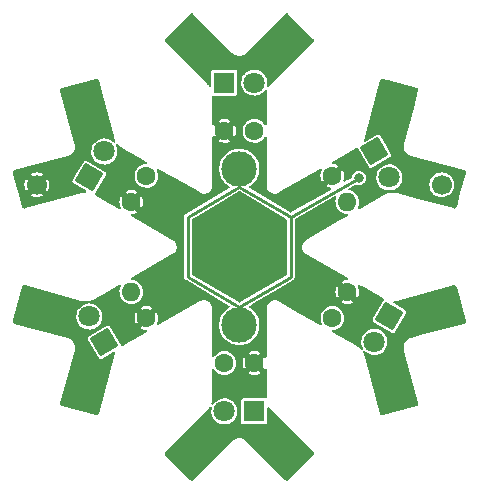
<source format=gtl>
%TF.GenerationSoftware,KiCad,Pcbnew,(6.0.2)*%
%TF.CreationDate,2022-03-14T21:43:42+00:00*%
%TF.ProjectId,snowflake-brooch,736e6f77-666c-4616-9b65-2d62726f6f63,rev?*%
%TF.SameCoordinates,Original*%
%TF.FileFunction,Copper,L1,Top*%
%TF.FilePolarity,Positive*%
%FSLAX46Y46*%
G04 Gerber Fmt 4.6, Leading zero omitted, Abs format (unit mm)*
G04 Created by KiCad (PCBNEW (6.0.2)) date 2022-03-14 21:43:42*
%MOMM*%
%LPD*%
G01*
G04 APERTURE LIST*
G04 Aperture macros list*
%AMHorizOval*
0 Thick line with rounded ends*
0 $1 width*
0 $2 $3 position (X,Y) of the first rounded end (center of the circle)*
0 $4 $5 position (X,Y) of the second rounded end (center of the circle)*
0 Add line between two ends*
20,1,$1,$2,$3,$4,$5,0*
0 Add two circle primitives to create the rounded ends*
1,1,$1,$2,$3*
1,1,$1,$4,$5*%
%AMRotRect*
0 Rectangle, with rotation*
0 The origin of the aperture is its center*
0 $1 length*
0 $2 width*
0 $3 Rotation angle, in degrees counterclockwise*
0 Add horizontal line*
21,1,$1,$2,0,0,$3*%
G04 Aperture macros list end*
%TA.AperFunction,ComponentPad*%
%ADD10RotRect,1.800000X1.800000X300.000000*%
%TD*%
%TA.AperFunction,ComponentPad*%
%ADD11C,1.800000*%
%TD*%
%TA.AperFunction,ComponentPad*%
%ADD12C,1.700000*%
%TD*%
%TA.AperFunction,ComponentPad*%
%ADD13C,3.000000*%
%TD*%
%TA.AperFunction,ComponentPad*%
%ADD14HorizOval,1.600000X0.000000X0.000000X0.000000X0.000000X0*%
%TD*%
%TA.AperFunction,ComponentPad*%
%ADD15C,1.600000*%
%TD*%
%TA.AperFunction,ComponentPad*%
%ADD16O,1.600000X1.600000*%
%TD*%
%TA.AperFunction,ComponentPad*%
%ADD17HorizOval,1.600000X0.000000X0.000000X0.000000X0.000000X0*%
%TD*%
%TA.AperFunction,ComponentPad*%
%ADD18HorizOval,1.600000X0.000000X0.000000X0.000000X0.000000X0*%
%TD*%
%TA.AperFunction,ComponentPad*%
%ADD19HorizOval,1.600000X0.000000X0.000000X0.000000X0.000000X0*%
%TD*%
%TA.AperFunction,ComponentPad*%
%ADD20RotRect,1.800000X1.800000X60.000000*%
%TD*%
%TA.AperFunction,ComponentPad*%
%ADD21RotRect,1.800000X1.800000X120.000000*%
%TD*%
%TA.AperFunction,ComponentPad*%
%ADD22R,1.800000X1.800000*%
%TD*%
%TA.AperFunction,ComponentPad*%
%ADD23RotRect,1.800000X1.800000X240.000000*%
%TD*%
%TA.AperFunction,ViaPad*%
%ADD24C,0.800000*%
%TD*%
%TA.AperFunction,Conductor*%
%ADD25C,0.250000*%
%TD*%
G04 APERTURE END LIST*
D10*
%TO.P,D2,1,K*%
%TO.N,GND*%
X156207500Y-68110818D03*
D11*
%TO.P,D2,2,A*%
%TO.N,Net-(D2-Pad2)*%
X157477500Y-70310523D03*
%TD*%
D12*
%TO.P,J2,1,Pin_1*%
%TO.N,VCC*%
X127635000Y-70942200D03*
%TD*%
%TO.P,J1,1,Pin_1*%
%TO.N,Net-(BT1-Pad1)*%
X161925000Y-70942200D03*
%TD*%
D13*
%TO.P,BT1,1,+*%
%TO.N,Net-(BT1-Pad1)*%
X144780000Y-69600000D03*
X144780000Y-82800000D03*
%TD*%
D14*
%TO.P,R1,2*%
%TO.N,Net-(D1-Pad2)*%
X146052443Y-66370200D03*
D15*
%TO.P,R1,1*%
%TO.N,VCC*%
X152651557Y-70180200D03*
%TD*%
D16*
%TO.P,R2,2*%
%TO.N,Net-(D2-Pad2)*%
X153924000Y-72390000D03*
D15*
%TO.P,R2,1*%
%TO.N,VCC*%
X153924000Y-80010000D03*
%TD*%
%TO.P,R3,1*%
%TO.N,VCC*%
X146052444Y-86029800D03*
D17*
%TO.P,R3,2*%
%TO.N,Net-(D3-Pad2)*%
X152651558Y-82219800D03*
%TD*%
D15*
%TO.P,R4,1*%
%TO.N,VCC*%
X136908444Y-82219800D03*
D18*
%TO.P,R4,2*%
%TO.N,Net-(D4-Pad2)*%
X143507558Y-86029800D03*
%TD*%
D15*
%TO.P,R5,1*%
%TO.N,VCC*%
X135636000Y-72390000D03*
D16*
%TO.P,R5,2*%
%TO.N,Net-(D5-Pad2)*%
X135636000Y-80010000D03*
%TD*%
D15*
%TO.P,R6,1*%
%TO.N,VCC*%
X143507557Y-66370200D03*
D19*
%TO.P,R6,2*%
%TO.N,Net-(D6-Pad2)*%
X136908443Y-70180200D03*
%TD*%
D20*
%TO.P,D6,1,K*%
%TO.N,GND*%
X132077500Y-70319183D03*
D11*
%TO.P,D6,2,A*%
%TO.N,Net-(D6-Pad2)*%
X133347500Y-68119478D03*
%TD*%
D21*
%TO.P,D5,1,K*%
%TO.N,GND*%
X133352500Y-84289183D03*
D11*
%TO.P,D5,2,A*%
%TO.N,Net-(D5-Pad2)*%
X132082500Y-82089478D03*
%TD*%
D22*
%TO.P,D4,1,K*%
%TO.N,GND*%
X146050000Y-90119200D03*
D11*
%TO.P,D4,2,A*%
%TO.N,Net-(D4-Pad2)*%
X143510000Y-90119200D03*
%TD*%
D23*
%TO.P,D3,1,K*%
%TO.N,GND*%
X157480000Y-82042000D03*
D11*
%TO.P,D3,2,A*%
%TO.N,Net-(D3-Pad2)*%
X156210000Y-84241705D03*
%TD*%
D22*
%TO.P,D1,1,K*%
%TO.N,GND*%
X143510000Y-62280800D03*
D11*
%TO.P,D1,2,A*%
%TO.N,Net-(D1-Pad2)*%
X146050000Y-62280800D03*
%TD*%
D24*
%TO.N,Net-(BT1-Pad1)*%
X154889200Y-70358000D03*
%TO.N,GND*%
X144754600Y-76200000D03*
%TD*%
D25*
%TO.N,Net-(BT1-Pad1)*%
X149123400Y-73685400D02*
X154889200Y-70358000D01*
X149123400Y-73685400D02*
X149148800Y-78714600D01*
X144780000Y-81305400D02*
X149148800Y-78714600D01*
X144780000Y-71094600D02*
X149123400Y-73685400D01*
X144780000Y-69600000D02*
X144780000Y-71094600D01*
X144780000Y-71094600D02*
X140411200Y-73685400D01*
X140436600Y-78714600D02*
X140411200Y-73685400D01*
X144780000Y-81305400D02*
X140436600Y-78714600D01*
X144780000Y-82800000D02*
X144780000Y-81305400D01*
%TD*%
%TA.AperFunction,Conductor*%
%TO.N,VCC*%
G36*
X148820032Y-56404994D02*
G01*
X148836353Y-56408163D01*
X148863646Y-56417769D01*
X148888802Y-56431029D01*
X148907155Y-56443519D01*
X148914824Y-56450109D01*
X148920306Y-56455191D01*
X151042769Y-58577655D01*
X151050969Y-58586954D01*
X151069593Y-58610946D01*
X151069990Y-58611458D01*
X151083491Y-58634865D01*
X151091160Y-58653721D01*
X151098002Y-58681560D01*
X151099604Y-58698250D01*
X151098243Y-58726573D01*
X151095074Y-58742893D01*
X151085467Y-58770188D01*
X151081479Y-58777755D01*
X151072210Y-58795338D01*
X151059720Y-58813693D01*
X151053130Y-58821362D01*
X151048048Y-58826844D01*
X147513648Y-62361244D01*
X147511804Y-62362974D01*
X147508075Y-62365574D01*
X147497784Y-62376937D01*
X147494435Y-62380457D01*
X147483699Y-62391193D01*
X147481283Y-62395036D01*
X147479614Y-62396999D01*
X147426467Y-62455684D01*
X147420637Y-62461350D01*
X147418919Y-62463193D01*
X147414661Y-62466834D01*
X147411331Y-62471332D01*
X147409919Y-62473239D01*
X147403742Y-62480774D01*
X147402240Y-62482433D01*
X147402237Y-62482438D01*
X147398509Y-62486554D01*
X147395789Y-62491399D01*
X147394437Y-62493277D01*
X147389928Y-62500243D01*
X147354931Y-62547516D01*
X147342891Y-62563780D01*
X147337746Y-62569872D01*
X147336132Y-62571986D01*
X147332254Y-62576023D01*
X147328121Y-62582931D01*
X147322743Y-62590995D01*
X147318054Y-62597328D01*
X147315822Y-62602422D01*
X147314600Y-62604530D01*
X147310874Y-62611756D01*
X147301162Y-62627988D01*
X147255062Y-62668213D01*
X147194120Y-62673660D01*
X147141615Y-62642246D01*
X147117602Y-62585969D01*
X147122200Y-62547526D01*
X147122160Y-62547516D01*
X147122242Y-62547173D01*
X147122462Y-62545337D01*
X147123218Y-62543109D01*
X147123219Y-62543106D01*
X147124678Y-62538807D01*
X147126756Y-62524480D01*
X147146451Y-62388638D01*
X147153700Y-62338642D01*
X147155215Y-62280800D01*
X147136708Y-62079391D01*
X147081807Y-61884726D01*
X146992351Y-61703327D01*
X146900002Y-61579657D01*
X146874051Y-61544904D01*
X146874050Y-61544903D01*
X146871335Y-61541267D01*
X146722812Y-61403974D01*
X146700125Y-61389659D01*
X146555594Y-61298467D01*
X146551757Y-61296046D01*
X146363898Y-61221098D01*
X146165526Y-61181639D01*
X146065930Y-61180335D01*
X145967826Y-61179051D01*
X145967821Y-61179051D01*
X145963286Y-61178992D01*
X145958813Y-61179761D01*
X145958808Y-61179761D01*
X145860245Y-61196698D01*
X145763949Y-61213244D01*
X145574193Y-61283249D01*
X145400371Y-61386662D01*
X145396956Y-61389657D01*
X145396953Y-61389659D01*
X145380630Y-61403974D01*
X145248305Y-61520020D01*
X145245497Y-61523582D01*
X145146577Y-61649063D01*
X145123089Y-61678857D01*
X145028914Y-61857853D01*
X145027569Y-61862184D01*
X145027568Y-61862187D01*
X144984477Y-62000966D01*
X144968937Y-62051013D01*
X144945164Y-62251869D01*
X144945461Y-62256397D01*
X144958068Y-62448745D01*
X144958392Y-62453694D01*
X144959508Y-62458087D01*
X144959508Y-62458089D01*
X145007062Y-62645334D01*
X145008178Y-62649728D01*
X145092856Y-62833407D01*
X145209588Y-62998580D01*
X145354466Y-63139713D01*
X145522637Y-63252082D01*
X145708470Y-63331922D01*
X145905740Y-63376560D01*
X146107842Y-63384500D01*
X146117651Y-63383078D01*
X146303519Y-63356129D01*
X146303522Y-63356128D01*
X146308007Y-63355478D01*
X146420646Y-63317242D01*
X146495234Y-63291923D01*
X146495237Y-63291921D01*
X146499531Y-63290464D01*
X146676001Y-63191637D01*
X146831505Y-63062305D01*
X146960837Y-62906801D01*
X146964285Y-62900644D01*
X146965051Y-62899936D01*
X146965624Y-62899102D01*
X146965813Y-62899232D01*
X147009213Y-62859110D01*
X147069974Y-62851917D01*
X147123359Y-62881812D01*
X147148976Y-62937376D01*
X147147310Y-62966594D01*
X147147587Y-62966627D01*
X147147158Y-62970196D01*
X147147081Y-62970612D01*
X147147057Y-62971040D01*
X147146924Y-62972142D01*
X147146340Y-62974616D01*
X147144880Y-62982511D01*
X147125781Y-63058506D01*
X147123345Y-63066110D01*
X147122662Y-63068664D01*
X147120615Y-63073879D01*
X147119425Y-63081853D01*
X147117526Y-63091354D01*
X147115607Y-63098991D01*
X147115485Y-63104552D01*
X147115157Y-63106986D01*
X147114467Y-63115079D01*
X147102799Y-63193267D01*
X147101087Y-63201227D01*
X147100680Y-63203708D01*
X147099157Y-63209098D01*
X147098880Y-63214693D01*
X147098880Y-63214694D01*
X147098763Y-63217058D01*
X147097800Y-63226769D01*
X147096652Y-63234463D01*
X147097075Y-63240005D01*
X147096991Y-63242332D01*
X147097102Y-63250615D01*
X147093181Y-63329806D01*
X147092975Y-63332339D01*
X147091957Y-63336767D01*
X147091957Y-63352094D01*
X147091836Y-63356989D01*
X147091087Y-63372120D01*
X147091877Y-63376591D01*
X147091957Y-63379158D01*
X147091957Y-65796963D01*
X147073050Y-65855154D01*
X147023550Y-65891118D01*
X146962364Y-65891118D01*
X146912864Y-65855154D01*
X146905545Y-65843440D01*
X146892088Y-65818131D01*
X146892086Y-65818128D01*
X146889813Y-65813853D01*
X146885191Y-65808185D01*
X146768865Y-65665555D01*
X146768864Y-65665554D01*
X146765804Y-65661802D01*
X146614623Y-65536735D01*
X146442028Y-65443413D01*
X146254595Y-65385393D01*
X146249785Y-65384887D01*
X146249783Y-65384887D01*
X146064278Y-65365389D01*
X146064276Y-65365389D01*
X146059462Y-65364883D01*
X145995334Y-65370719D01*
X145868881Y-65382227D01*
X145868878Y-65382228D01*
X145864061Y-65382666D01*
X145859419Y-65384032D01*
X145859415Y-65384033D01*
X145680483Y-65436696D01*
X145680480Y-65436697D01*
X145675836Y-65438064D01*
X145501955Y-65528967D01*
X145498186Y-65531997D01*
X145498185Y-65531998D01*
X145488459Y-65539818D01*
X145349043Y-65651911D01*
X145322629Y-65683390D01*
X145226032Y-65798510D01*
X145226029Y-65798514D01*
X145222923Y-65802216D01*
X145128399Y-65974154D01*
X145126935Y-65978768D01*
X145126934Y-65978771D01*
X145118310Y-66005958D01*
X145069071Y-66161178D01*
X145047200Y-66356163D01*
X145063618Y-66551683D01*
X145064951Y-66556331D01*
X145064951Y-66556332D01*
X145116024Y-66734442D01*
X145117701Y-66740291D01*
X145119916Y-66744601D01*
X145205174Y-66910496D01*
X145205177Y-66910500D01*
X145207387Y-66914801D01*
X145329261Y-67068569D01*
X145332948Y-67071707D01*
X145332950Y-67071709D01*
X145474993Y-67192597D01*
X145474998Y-67192600D01*
X145478681Y-67195735D01*
X145482903Y-67198095D01*
X145482908Y-67198098D01*
X145575031Y-67249583D01*
X145649956Y-67291457D01*
X145734955Y-67319075D01*
X145831956Y-67350593D01*
X145831959Y-67350594D01*
X145836561Y-67352089D01*
X146031389Y-67375321D01*
X146036211Y-67374950D01*
X146036214Y-67374950D01*
X146222191Y-67360640D01*
X146222196Y-67360639D01*
X146227019Y-67360268D01*
X146415999Y-67307503D01*
X146420312Y-67305324D01*
X146420318Y-67305322D01*
X146586811Y-67221220D01*
X146586813Y-67221218D01*
X146591132Y-67219037D01*
X146604459Y-67208625D01*
X146741930Y-67101222D01*
X146741934Y-67101218D01*
X146745746Y-67098240D01*
X146759353Y-67082477D01*
X146870788Y-66953377D01*
X146870790Y-66953375D01*
X146873952Y-66949711D01*
X146906878Y-66891751D01*
X146952060Y-66850495D01*
X147012864Y-66843675D01*
X147066064Y-66873897D01*
X147091340Y-66929618D01*
X147091957Y-66940653D01*
X147091957Y-70987793D01*
X147091406Y-70996611D01*
X147091383Y-70998558D01*
X147090685Y-71004116D01*
X147091250Y-71009685D01*
X147091250Y-71009688D01*
X147091451Y-71011665D01*
X147091957Y-71021659D01*
X147091957Y-71029079D01*
X147093192Y-71034496D01*
X147093389Y-71036241D01*
X147094844Y-71045108D01*
X147102919Y-71124693D01*
X147103108Y-71126766D01*
X147103202Y-71127934D01*
X147104694Y-71146526D01*
X147105343Y-71148581D01*
X147105543Y-71150548D01*
X147107001Y-71154870D01*
X147107002Y-71154873D01*
X147111894Y-71169374D01*
X147112486Y-71171183D01*
X147139652Y-71257147D01*
X147140326Y-71259379D01*
X147145673Y-71277868D01*
X147146894Y-71280064D01*
X147147598Y-71282291D01*
X147150205Y-71286737D01*
X147150208Y-71286743D01*
X147157385Y-71298983D01*
X147158506Y-71300946D01*
X147200206Y-71375935D01*
X147201649Y-71378626D01*
X147207459Y-71389878D01*
X147207462Y-71389882D01*
X147210029Y-71394854D01*
X147212062Y-71397254D01*
X147213504Y-71399848D01*
X147220873Y-71408053D01*
X147225760Y-71413495D01*
X147227652Y-71415665D01*
X147281062Y-71478734D01*
X147283339Y-71481524D01*
X147294074Y-71495186D01*
X147296983Y-71497532D01*
X147299279Y-71500244D01*
X147303729Y-71503584D01*
X147303734Y-71503589D01*
X147313201Y-71510695D01*
X147315927Y-71512816D01*
X147378776Y-71563516D01*
X147381793Y-71566051D01*
X147390261Y-71573457D01*
X147390264Y-71573459D01*
X147394478Y-71577145D01*
X147398047Y-71579061D01*
X147401062Y-71581493D01*
X147413741Y-71587689D01*
X147416276Y-71588928D01*
X147419626Y-71590645D01*
X147490330Y-71628595D01*
X147493715Y-71630499D01*
X147503488Y-71636249D01*
X147508317Y-71639090D01*
X147512117Y-71640290D01*
X147515471Y-71642090D01*
X147520832Y-71643564D01*
X147520831Y-71643564D01*
X147531913Y-71646612D01*
X147535465Y-71647661D01*
X147573385Y-71659632D01*
X147612916Y-71672112D01*
X147616176Y-71673204D01*
X147632780Y-71679091D01*
X147636316Y-71679498D01*
X147639542Y-71680517D01*
X147657197Y-71681959D01*
X147660419Y-71682276D01*
X147743510Y-71691851D01*
X147746302Y-71692213D01*
X147753353Y-71693231D01*
X147759164Y-71694071D01*
X147759166Y-71694071D01*
X147764704Y-71694871D01*
X147767620Y-71694630D01*
X147770349Y-71694944D01*
X147775868Y-71694337D01*
X147775870Y-71694337D01*
X147788899Y-71692904D01*
X147791555Y-71692648D01*
X147878435Y-71685456D01*
X147880696Y-71685295D01*
X147894977Y-71684442D01*
X147894982Y-71684441D01*
X147900142Y-71684133D01*
X147902393Y-71683472D01*
X147904554Y-71683293D01*
X147923214Y-71677380D01*
X147925218Y-71676769D01*
X148008338Y-71652355D01*
X148013640Y-71650956D01*
X148027740Y-71647654D01*
X148032277Y-71645429D01*
X148032629Y-71645314D01*
X148032950Y-71645190D01*
X148033343Y-71645011D01*
X148038045Y-71643630D01*
X148042891Y-71640920D01*
X148042895Y-71640918D01*
X148049776Y-71637069D01*
X148050734Y-71636533D01*
X148055436Y-71634067D01*
X148087407Y-71618383D01*
X148090752Y-71616742D01*
X148094836Y-71614853D01*
X148096667Y-71614056D01*
X148102017Y-71612415D01*
X148112967Y-71606093D01*
X148118829Y-71602968D01*
X148130025Y-71597475D01*
X148134345Y-71593978D01*
X148136206Y-71592790D01*
X148139986Y-71590493D01*
X151634637Y-69572856D01*
X151694485Y-69560135D01*
X151750381Y-69585022D01*
X151780974Y-69638010D01*
X151774578Y-69698860D01*
X151770891Y-69706287D01*
X151730308Y-69780106D01*
X151726509Y-69788969D01*
X151670140Y-69966667D01*
X151668136Y-69976095D01*
X151647355Y-70161362D01*
X151647221Y-70170990D01*
X151662821Y-70356774D01*
X151664559Y-70366242D01*
X151715945Y-70545448D01*
X151719496Y-70554416D01*
X151779759Y-70671676D01*
X151787887Y-70679747D01*
X151797950Y-70674597D01*
X153145214Y-69327333D01*
X153150581Y-69316799D01*
X153143053Y-69309085D01*
X153045202Y-69256176D01*
X153036331Y-69252447D01*
X152858230Y-69197316D01*
X152848796Y-69195379D01*
X152677768Y-69177403D01*
X152621873Y-69152516D01*
X152591280Y-69099528D01*
X152597676Y-69038678D01*
X152638617Y-68993208D01*
X153380834Y-68564689D01*
X154658698Y-67826914D01*
X154718545Y-67814193D01*
X154774441Y-67839080D01*
X154793515Y-67865149D01*
X154794565Y-67864543D01*
X155714313Y-69457593D01*
X155717521Y-69461251D01*
X155726878Y-69471920D01*
X155753629Y-69502424D01*
X155825167Y-69537703D01*
X155834893Y-69538341D01*
X155834895Y-69538341D01*
X155871294Y-69540726D01*
X155904761Y-69542920D01*
X155913993Y-69539786D01*
X155913994Y-69539786D01*
X155956621Y-69525316D01*
X155956622Y-69525315D01*
X155961225Y-69523753D01*
X156068339Y-69461911D01*
X156505555Y-69209484D01*
X157554275Y-68604005D01*
X157599106Y-68564689D01*
X157634385Y-68493151D01*
X157635028Y-68483353D01*
X157638964Y-68423287D01*
X157639602Y-68413557D01*
X157630014Y-68385310D01*
X157621998Y-68361697D01*
X157621997Y-68361696D01*
X157620435Y-68357093D01*
X157573490Y-68275781D01*
X157279266Y-67766171D01*
X156700687Y-66764043D01*
X156675426Y-66735238D01*
X156667802Y-66726545D01*
X156661371Y-66719212D01*
X156589833Y-66683933D01*
X156580107Y-66683295D01*
X156580105Y-66683295D01*
X156543706Y-66680910D01*
X156510239Y-66678716D01*
X156501007Y-66681850D01*
X156501006Y-66681850D01*
X156458379Y-66696320D01*
X156453775Y-66697883D01*
X155453429Y-67275433D01*
X155393583Y-67288154D01*
X155337687Y-67263267D01*
X155307094Y-67210279D01*
X155313134Y-67150239D01*
X155339267Y-67090103D01*
X155342980Y-67082856D01*
X155344014Y-67080567D01*
X155346883Y-67075751D01*
X155349324Y-67068162D01*
X155352767Y-67059034D01*
X155353652Y-67056998D01*
X155353654Y-67056992D01*
X155355868Y-67051897D01*
X155356894Y-67046431D01*
X155357577Y-67044207D01*
X155359613Y-67036186D01*
X155383901Y-66960695D01*
X155384754Y-66958307D01*
X155386882Y-66954296D01*
X155390856Y-66939466D01*
X155392222Y-66934829D01*
X155396872Y-66920375D01*
X155397267Y-66915850D01*
X155397853Y-66913352D01*
X155414696Y-66850495D01*
X156345404Y-63377046D01*
X156689638Y-62092348D01*
X156693590Y-62080599D01*
X156705302Y-62051869D01*
X156718822Y-62028472D01*
X156721991Y-62024397D01*
X156731320Y-62012399D01*
X156752005Y-61992558D01*
X156765657Y-61982826D01*
X156790873Y-61969841D01*
X156806590Y-61964426D01*
X156835027Y-61959099D01*
X156859703Y-61958149D01*
X156863434Y-61958005D01*
X156885573Y-61959644D01*
X156895528Y-61961520D01*
X156902795Y-61963176D01*
X157331400Y-62078020D01*
X159802135Y-62740052D01*
X159813884Y-62744004D01*
X159842619Y-62755718D01*
X159866018Y-62769240D01*
X159882087Y-62781735D01*
X159901928Y-62802419D01*
X159911660Y-62816070D01*
X159924648Y-62841289D01*
X159930062Y-62857002D01*
X159935389Y-62885444D01*
X159935584Y-62890522D01*
X159936482Y-62913854D01*
X159934843Y-62935990D01*
X159932970Y-62945931D01*
X159931310Y-62953218D01*
X159528025Y-64458298D01*
X158721458Y-67468447D01*
X158720181Y-67472106D01*
X158720366Y-67472163D01*
X158718715Y-67477512D01*
X158716468Y-67482649D01*
X158714349Y-67493892D01*
X158712692Y-67501161D01*
X158711216Y-67506668D01*
X158711215Y-67506673D01*
X158709778Y-67512037D01*
X158709570Y-67517591D01*
X158708742Y-67523083D01*
X158708557Y-67523055D01*
X158708127Y-67526907D01*
X158698360Y-67578727D01*
X158697006Y-67585912D01*
X158695357Y-67593155D01*
X158694176Y-67597571D01*
X158692378Y-67604295D01*
X158692180Y-67609895D01*
X158691921Y-67611630D01*
X158691766Y-67613710D01*
X158690737Y-67619172D01*
X158690948Y-67624725D01*
X158691178Y-67630779D01*
X158691187Y-67638031D01*
X158688637Y-67710247D01*
X158688315Y-67715461D01*
X158687498Y-67724711D01*
X158687498Y-67724716D01*
X158687006Y-67730288D01*
X158687692Y-67735232D01*
X158687730Y-67735970D01*
X158687560Y-67740780D01*
X158688604Y-67746237D01*
X158690372Y-67755481D01*
X158691194Y-67760470D01*
X158705859Y-67866148D01*
X158706242Y-67869271D01*
X158708157Y-67887255D01*
X158709213Y-67890317D01*
X158709634Y-67893350D01*
X158711601Y-67898542D01*
X158716077Y-67910356D01*
X158717082Y-67913133D01*
X158726428Y-67940232D01*
X158752304Y-68015256D01*
X158753359Y-68018496D01*
X158758536Y-68035377D01*
X158760293Y-68038420D01*
X158761382Y-68041578D01*
X158767106Y-68050781D01*
X158770755Y-68056649D01*
X158772422Y-68059431D01*
X158826032Y-68152286D01*
X158827661Y-68155222D01*
X158835976Y-68170845D01*
X158838281Y-68173499D01*
X158839951Y-68176392D01*
X158852066Y-68189453D01*
X158854184Y-68191813D01*
X158925010Y-68273371D01*
X158927036Y-68275781D01*
X158934905Y-68285447D01*
X158934908Y-68285450D01*
X158938447Y-68289797D01*
X158941001Y-68291785D01*
X158943011Y-68294100D01*
X158947491Y-68297377D01*
X158947497Y-68297382D01*
X158957708Y-68304849D01*
X158960070Y-68306631D01*
X159044241Y-68372159D01*
X159048279Y-68375478D01*
X159055287Y-68381554D01*
X159055291Y-68381557D01*
X159059523Y-68385226D01*
X159063921Y-68387562D01*
X159064556Y-68387973D01*
X159068348Y-68390926D01*
X159073380Y-68393278D01*
X159073390Y-68393284D01*
X159081913Y-68397267D01*
X159086440Y-68399525D01*
X159150238Y-68433416D01*
X159156659Y-68437142D01*
X159161681Y-68440314D01*
X159161688Y-68440317D01*
X159166413Y-68443302D01*
X159171689Y-68445153D01*
X159173274Y-68445919D01*
X159175229Y-68446691D01*
X159180131Y-68449295D01*
X159185486Y-68450743D01*
X159185494Y-68450746D01*
X159191336Y-68452325D01*
X159198258Y-68454471D01*
X159236818Y-68467995D01*
X159254930Y-68474347D01*
X159258485Y-68475902D01*
X159258557Y-68475720D01*
X159263771Y-68477771D01*
X159268715Y-68480394D01*
X159275709Y-68482268D01*
X159279752Y-68483352D01*
X159286882Y-68485554D01*
X159292266Y-68487442D01*
X159292272Y-68487443D01*
X159297512Y-68489281D01*
X159303031Y-68489908D01*
X159308446Y-68491148D01*
X159308405Y-68491325D01*
X159312217Y-68492051D01*
X163820495Y-69700041D01*
X163832245Y-69703993D01*
X163860967Y-69715702D01*
X163884364Y-69729223D01*
X163900436Y-69741720D01*
X163920277Y-69762404D01*
X163930007Y-69776052D01*
X163942996Y-69801274D01*
X163948411Y-69816991D01*
X163953738Y-69845428D01*
X163953786Y-69846670D01*
X163954832Y-69873836D01*
X163953192Y-69895980D01*
X163951318Y-69905924D01*
X163949659Y-69913207D01*
X163498573Y-71596684D01*
X163172787Y-72812534D01*
X163168834Y-72824286D01*
X163157119Y-72853021D01*
X163143599Y-72876416D01*
X163140432Y-72880489D01*
X163131099Y-72892491D01*
X163110415Y-72912331D01*
X163096765Y-72922062D01*
X163071555Y-72935046D01*
X163055833Y-72940463D01*
X163027394Y-72945790D01*
X163014114Y-72946301D01*
X162998982Y-72946883D01*
X162976844Y-72945244D01*
X162976754Y-72945227D01*
X162966892Y-72943368D01*
X162959619Y-72941711D01*
X159933391Y-72130836D01*
X158131535Y-71648030D01*
X158129113Y-71647298D01*
X158125004Y-71645371D01*
X158119529Y-71644191D01*
X158119527Y-71644190D01*
X158110017Y-71642139D01*
X158105262Y-71640990D01*
X158102465Y-71640241D01*
X158090628Y-71637069D01*
X158086090Y-71636898D01*
X158083563Y-71636436D01*
X158006163Y-71619749D01*
X157998355Y-71617538D01*
X157995887Y-71616969D01*
X157990600Y-71615100D01*
X157984154Y-71614364D01*
X157982701Y-71614198D01*
X157973065Y-71612614D01*
X157971563Y-71612290D01*
X157970882Y-71612143D01*
X157970880Y-71612143D01*
X157965449Y-71610972D01*
X157959890Y-71611038D01*
X157957588Y-71610807D01*
X157949301Y-71610385D01*
X157870757Y-71601419D01*
X157862924Y-71600013D01*
X157860279Y-71599671D01*
X157854838Y-71598330D01*
X157846797Y-71598205D01*
X157837123Y-71597579D01*
X157829284Y-71596684D01*
X157823760Y-71597298D01*
X157821310Y-71597294D01*
X157813180Y-71597680D01*
X157734838Y-71596459D01*
X157727001Y-71595833D01*
X157724254Y-71595748D01*
X157718707Y-71594944D01*
X157710621Y-71595609D01*
X157700973Y-71595931D01*
X157693040Y-71595807D01*
X157687596Y-71596960D01*
X157685059Y-71597206D01*
X157677135Y-71598366D01*
X157600222Y-71604695D01*
X157577089Y-71599228D01*
X157557428Y-71607348D01*
X157557696Y-71608195D01*
X157554285Y-71609274D01*
X157550485Y-71610216D01*
X157550340Y-71610276D01*
X157549872Y-71610368D01*
X157542122Y-71612290D01*
X157465345Y-71626235D01*
X157457530Y-71627142D01*
X157454833Y-71627589D01*
X157449243Y-71627877D01*
X157443862Y-71629409D01*
X157443858Y-71629410D01*
X157441448Y-71630096D01*
X157432032Y-71632286D01*
X157429702Y-71632709D01*
X157429697Y-71632711D01*
X157424232Y-71633703D01*
X157419126Y-71635886D01*
X157416685Y-71636619D01*
X157409121Y-71639300D01*
X157333757Y-71660759D01*
X157325977Y-71662445D01*
X157323400Y-71663137D01*
X157317861Y-71663971D01*
X157310358Y-71666928D01*
X157301175Y-71670037D01*
X157293609Y-71672191D01*
X157288737Y-71674863D01*
X157286472Y-71675793D01*
X157279107Y-71679247D01*
X157205556Y-71708238D01*
X157197795Y-71710740D01*
X157195460Y-71711622D01*
X157190029Y-71712998D01*
X157182935Y-71716639D01*
X157174058Y-71720654D01*
X157166810Y-71723511D01*
X157162221Y-71726648D01*
X157160170Y-71727736D01*
X157153053Y-71731972D01*
X157082507Y-71768176D01*
X157080211Y-71769263D01*
X157075866Y-71770596D01*
X157071015Y-71773397D01*
X157071012Y-71773398D01*
X157062598Y-71778256D01*
X157058301Y-71780597D01*
X157049760Y-71784980D01*
X157049755Y-71784983D01*
X157044814Y-71787519D01*
X157041336Y-71790438D01*
X157039159Y-71791788D01*
X154952714Y-72996399D01*
X154937217Y-73005346D01*
X154877369Y-73018067D01*
X154821473Y-72993180D01*
X154790880Y-72940192D01*
X154797276Y-72879342D01*
X154801637Y-72870709D01*
X154840036Y-72803115D01*
X154840037Y-72803112D01*
X154842425Y-72798909D01*
X154844020Y-72794116D01*
X154902831Y-72617323D01*
X154902831Y-72617321D01*
X154904358Y-72612732D01*
X154928949Y-72418071D01*
X154929341Y-72390000D01*
X154928438Y-72380783D01*
X154910666Y-72199546D01*
X154910194Y-72194728D01*
X154853484Y-72006894D01*
X154791747Y-71890784D01*
X154763643Y-71837927D01*
X154763641Y-71837923D01*
X154761370Y-71833653D01*
X154743184Y-71811354D01*
X154640422Y-71685355D01*
X154640421Y-71685354D01*
X154637361Y-71681602D01*
X154552103Y-71611071D01*
X154489907Y-71559618D01*
X154489906Y-71559617D01*
X154486180Y-71556535D01*
X154347491Y-71481546D01*
X154317839Y-71465513D01*
X154317838Y-71465513D01*
X154313585Y-71463213D01*
X154126152Y-71405193D01*
X154121340Y-71404687D01*
X154121339Y-71404687D01*
X154100207Y-71402466D01*
X154090616Y-71401458D01*
X154034720Y-71376572D01*
X154004127Y-71323583D01*
X154010523Y-71262733D01*
X154051481Y-71217254D01*
X154114903Y-71180654D01*
X154225966Y-71116560D01*
X154570357Y-70917815D01*
X154630207Y-70905105D01*
X154657726Y-70912097D01*
X154723747Y-70939444D01*
X154732438Y-70943044D01*
X154889200Y-70963682D01*
X155045962Y-70943044D01*
X155192041Y-70882536D01*
X155317482Y-70786282D01*
X155413736Y-70660841D01*
X155474244Y-70514762D01*
X155494882Y-70358000D01*
X155484823Y-70281592D01*
X156372664Y-70281592D01*
X156372961Y-70286120D01*
X156381322Y-70413684D01*
X156385892Y-70483417D01*
X156387008Y-70487810D01*
X156387008Y-70487812D01*
X156421382Y-70623161D01*
X156435678Y-70679451D01*
X156520356Y-70863130D01*
X156637088Y-71028303D01*
X156781966Y-71169436D01*
X156950137Y-71281805D01*
X157135970Y-71361645D01*
X157333240Y-71406283D01*
X157535114Y-71414214D01*
X157551272Y-71420175D01*
X157577897Y-71408053D01*
X157731019Y-71385852D01*
X157731022Y-71385851D01*
X157735507Y-71385201D01*
X157836589Y-71350888D01*
X157922734Y-71321646D01*
X157922737Y-71321644D01*
X157927031Y-71320187D01*
X158082236Y-71233269D01*
X158099539Y-71223579D01*
X158099541Y-71223578D01*
X158103501Y-71221360D01*
X158246361Y-71102544D01*
X158255511Y-71094934D01*
X158259005Y-71092028D01*
X158388337Y-70936524D01*
X158393412Y-70927462D01*
X160869520Y-70927462D01*
X160874060Y-70981526D01*
X160886347Y-71127843D01*
X160886759Y-71132753D01*
X160888092Y-71137401D01*
X160888092Y-71137402D01*
X160941479Y-71323583D01*
X160943544Y-71330786D01*
X161037712Y-71514018D01*
X161165677Y-71675470D01*
X161169357Y-71678602D01*
X161169359Y-71678604D01*
X161277774Y-71770872D01*
X161322564Y-71808991D01*
X161326787Y-71811351D01*
X161326791Y-71811354D01*
X161443702Y-71876693D01*
X161502398Y-71909497D01*
X161506996Y-71910991D01*
X161693724Y-71971663D01*
X161693726Y-71971664D01*
X161698329Y-71973159D01*
X161902894Y-71997551D01*
X161907716Y-71997180D01*
X161907719Y-71997180D01*
X161975541Y-71991961D01*
X162108300Y-71981746D01*
X162306725Y-71926345D01*
X162311038Y-71924166D01*
X162311044Y-71924164D01*
X162486289Y-71835641D01*
X162486291Y-71835640D01*
X162490610Y-71833458D01*
X162494427Y-71830476D01*
X162649135Y-71709606D01*
X162649139Y-71709602D01*
X162652951Y-71706624D01*
X162663540Y-71694357D01*
X162720303Y-71628595D01*
X162787564Y-71550672D01*
X162794325Y-71538771D01*
X162886934Y-71375750D01*
X162886935Y-71375747D01*
X162889323Y-71371544D01*
X162890920Y-71366746D01*
X162952824Y-71180654D01*
X162952824Y-71180652D01*
X162954351Y-71176063D01*
X162954973Y-71171144D01*
X162973621Y-71023525D01*
X162980171Y-70971674D01*
X162980583Y-70942200D01*
X162980313Y-70939444D01*
X162960952Y-70741980D01*
X162960951Y-70741976D01*
X162960480Y-70737170D01*
X162957606Y-70727649D01*
X162912170Y-70577162D01*
X162900935Y-70539949D01*
X162804218Y-70358049D01*
X162674011Y-70198400D01*
X162670282Y-70195315D01*
X162519002Y-70070165D01*
X162519000Y-70070164D01*
X162515275Y-70067082D01*
X162363334Y-69984928D01*
X162338309Y-69971397D01*
X162338308Y-69971397D01*
X162334055Y-69969097D01*
X162223489Y-69934871D01*
X162141875Y-69909607D01*
X162141871Y-69909606D01*
X162137254Y-69908177D01*
X162132446Y-69907672D01*
X162132443Y-69907671D01*
X161937185Y-69887149D01*
X161937183Y-69887149D01*
X161932369Y-69886643D01*
X161874493Y-69891910D01*
X161732022Y-69904875D01*
X161732017Y-69904876D01*
X161727203Y-69905314D01*
X161529572Y-69963480D01*
X161525288Y-69965719D01*
X161525287Y-69965720D01*
X161505641Y-69975991D01*
X161347002Y-70058926D01*
X161343231Y-70061958D01*
X161190220Y-70184981D01*
X161190217Y-70184983D01*
X161186447Y-70188015D01*
X161183333Y-70191726D01*
X161183332Y-70191727D01*
X161086083Y-70307624D01*
X161054024Y-70345830D01*
X161051689Y-70350078D01*
X161051688Y-70350079D01*
X161042802Y-70366242D01*
X160954776Y-70526362D01*
X160953313Y-70530975D01*
X160953311Y-70530979D01*
X160902300Y-70691788D01*
X160892484Y-70722732D01*
X160891944Y-70727544D01*
X160891944Y-70727545D01*
X160871342Y-70911222D01*
X160869520Y-70927462D01*
X158393412Y-70927462D01*
X158396105Y-70922654D01*
X158418571Y-70882536D01*
X158487164Y-70760054D01*
X158488711Y-70755499D01*
X158520842Y-70660841D01*
X158552178Y-70568530D01*
X158554225Y-70554416D01*
X158575522Y-70407523D01*
X158581200Y-70368365D01*
X158582038Y-70336371D01*
X158582639Y-70313436D01*
X158582639Y-70313431D01*
X158582715Y-70310523D01*
X158580842Y-70290133D01*
X158564623Y-70113632D01*
X158564208Y-70109114D01*
X158509307Y-69914449D01*
X158505965Y-69907671D01*
X158447427Y-69788969D01*
X158419851Y-69733050D01*
X158298835Y-69570990D01*
X158150312Y-69433697D01*
X158142932Y-69429040D01*
X157983094Y-69328190D01*
X157979257Y-69325769D01*
X157791398Y-69250821D01*
X157593026Y-69211362D01*
X157493430Y-69210058D01*
X157395326Y-69208774D01*
X157395321Y-69208774D01*
X157390786Y-69208715D01*
X157386313Y-69209484D01*
X157386308Y-69209484D01*
X157310398Y-69222528D01*
X157191449Y-69242967D01*
X157001693Y-69312972D01*
X156827871Y-69416385D01*
X156824456Y-69419380D01*
X156824453Y-69419382D01*
X156744760Y-69489271D01*
X156675805Y-69549743D01*
X156672997Y-69553305D01*
X156554587Y-69703509D01*
X156550589Y-69708580D01*
X156456414Y-69887576D01*
X156455069Y-69891907D01*
X156455068Y-69891910D01*
X156398868Y-70072908D01*
X156396437Y-70080736D01*
X156372664Y-70281592D01*
X155484823Y-70281592D01*
X155474244Y-70201238D01*
X155413736Y-70055159D01*
X155317482Y-69929718D01*
X155192041Y-69833464D01*
X155045962Y-69772956D01*
X154889200Y-69752318D01*
X154732438Y-69772956D01*
X154586359Y-69833464D01*
X154460918Y-69929718D01*
X154364664Y-70055159D01*
X154304156Y-70201238D01*
X154302868Y-70211024D01*
X154293636Y-70281146D01*
X154267295Y-70336371D01*
X154244967Y-70353969D01*
X154136132Y-70416777D01*
X153731432Y-70650326D01*
X153671582Y-70663036D01*
X153615691Y-70638138D01*
X153585108Y-70585144D01*
X153588010Y-70533331D01*
X153629898Y-70407412D01*
X153632032Y-70398018D01*
X153655656Y-70211010D01*
X153656043Y-70205483D01*
X153656357Y-70182959D01*
X153656127Y-70177461D01*
X153637731Y-69989836D01*
X153635862Y-69980398D01*
X153581975Y-69801918D01*
X153578305Y-69793014D01*
X153523060Y-69689112D01*
X153514643Y-69680984D01*
X153504925Y-69686042D01*
X152158168Y-71032799D01*
X152152691Y-71043548D01*
X152159920Y-71051060D01*
X152245045Y-71098635D01*
X152253873Y-71102492D01*
X152431184Y-71160104D01*
X152440593Y-71162173D01*
X152479724Y-71166839D01*
X152535266Y-71192503D01*
X152565116Y-71245914D01*
X152557871Y-71306669D01*
X152517486Y-71350885D01*
X149176433Y-73278982D01*
X149116585Y-73291692D01*
X149076236Y-73278259D01*
X149048979Y-73262000D01*
X146929167Y-71997551D01*
X145647533Y-71233067D01*
X145607244Y-71187019D01*
X145601715Y-71126084D01*
X145633059Y-71073537D01*
X145646148Y-71063863D01*
X145730500Y-71011665D01*
X145779205Y-70981526D01*
X145779210Y-70981522D01*
X145782331Y-70979591D01*
X145794977Y-70968886D01*
X145883307Y-70894108D01*
X145975238Y-70816283D01*
X146060767Y-70718756D01*
X146139462Y-70629023D01*
X146139466Y-70629018D01*
X146141888Y-70626256D01*
X146278619Y-70413684D01*
X146281395Y-70407523D01*
X146371151Y-70208271D01*
X146382428Y-70183236D01*
X146384063Y-70177442D01*
X146429468Y-70016444D01*
X146451034Y-69939976D01*
X146482931Y-69689247D01*
X146484636Y-69624146D01*
X146485203Y-69602492D01*
X146485203Y-69602487D01*
X146485268Y-69600000D01*
X146485084Y-69597527D01*
X146485084Y-69597517D01*
X146466809Y-69351599D01*
X146466808Y-69351593D01*
X146466537Y-69347945D01*
X146410756Y-69101428D01*
X146407305Y-69092553D01*
X146320480Y-68869282D01*
X146320478Y-68869277D01*
X146319150Y-68865863D01*
X146193731Y-68646426D01*
X146037255Y-68447938D01*
X146034582Y-68445424D01*
X146034577Y-68445418D01*
X145885190Y-68304889D01*
X145853160Y-68274758D01*
X145645489Y-68130691D01*
X145600569Y-68108539D01*
X145422107Y-68020531D01*
X145422103Y-68020529D01*
X145418805Y-68018903D01*
X145415303Y-68017782D01*
X145415298Y-68017780D01*
X145270106Y-67971304D01*
X145178087Y-67941849D01*
X145174472Y-67941260D01*
X145174471Y-67941260D01*
X144932241Y-67901810D01*
X144932240Y-67901810D01*
X144928624Y-67901221D01*
X144924961Y-67901173D01*
X144924960Y-67901173D01*
X144802260Y-67899567D01*
X144675896Y-67897913D01*
X144672268Y-67898407D01*
X144672264Y-67898407D01*
X144559886Y-67913701D01*
X144425455Y-67931996D01*
X144182803Y-68002723D01*
X143953270Y-68108539D01*
X143741899Y-68247120D01*
X143739166Y-68249559D01*
X143739165Y-68249560D01*
X143582374Y-68389501D01*
X143553333Y-68415421D01*
X143550986Y-68418243D01*
X143550985Y-68418244D01*
X143423840Y-68571120D01*
X143391715Y-68609746D01*
X143260595Y-68825825D01*
X143162854Y-69058911D01*
X143161949Y-69062473D01*
X143161949Y-69062474D01*
X143113457Y-69253413D01*
X143100639Y-69303883D01*
X143075316Y-69555361D01*
X143087443Y-69807820D01*
X143120073Y-69971860D01*
X143135618Y-70050010D01*
X143136752Y-70055713D01*
X143137992Y-70059168D01*
X143137993Y-70059170D01*
X143219476Y-70286120D01*
X143222160Y-70293595D01*
X143341792Y-70516240D01*
X143378545Y-70565458D01*
X143463889Y-70679747D01*
X143493018Y-70718756D01*
X143672517Y-70896696D01*
X143675476Y-70898866D01*
X143675480Y-70898869D01*
X143782332Y-70977215D01*
X143876346Y-71046149D01*
X143879598Y-71047860D01*
X143903627Y-71060503D01*
X143946321Y-71104330D01*
X143955100Y-71164882D01*
X143926611Y-71219030D01*
X143908029Y-71233268D01*
X140288141Y-73379945D01*
X140278330Y-73385763D01*
X140262169Y-73393464D01*
X140244496Y-73399998D01*
X140237888Y-73405600D01*
X140221984Y-73419082D01*
X140221477Y-73419478D01*
X140220678Y-73419952D01*
X140218767Y-73421594D01*
X140218758Y-73421601D01*
X140200174Y-73437569D01*
X140199695Y-73437978D01*
X140156936Y-73474226D01*
X140156384Y-73475193D01*
X140155543Y-73475916D01*
X140151481Y-73483145D01*
X140128124Y-73524714D01*
X140127806Y-73525275D01*
X140100045Y-73573925D01*
X140099858Y-73575020D01*
X140099313Y-73575989D01*
X140097962Y-73584213D01*
X140097961Y-73584215D01*
X140090232Y-73631258D01*
X140090128Y-73631877D01*
X140085560Y-73658569D01*
X140085564Y-73659504D01*
X140085489Y-73660119D01*
X140080701Y-73689259D01*
X140082304Y-73697768D01*
X140082304Y-73697770D01*
X140084188Y-73707772D01*
X140085898Y-73725599D01*
X140110895Y-78674976D01*
X140109138Y-78694050D01*
X140107737Y-78701386D01*
X140106112Y-78709894D01*
X140110937Y-78739736D01*
X140111235Y-78742081D01*
X140111248Y-78744718D01*
X140112021Y-78748975D01*
X140112021Y-78748978D01*
X140115593Y-78768655D01*
X140115916Y-78770533D01*
X140124434Y-78823212D01*
X140126010Y-78826034D01*
X140126587Y-78829212D01*
X140130363Y-78835676D01*
X140130363Y-78835677D01*
X140153491Y-78875273D01*
X140154385Y-78876838D01*
X140180407Y-78923429D01*
X140182852Y-78925541D01*
X140184482Y-78928331D01*
X140190237Y-78933111D01*
X140190239Y-78933113D01*
X140225502Y-78962400D01*
X140226957Y-78963632D01*
X140245399Y-78979559D01*
X140247660Y-78980907D01*
X140249547Y-78982369D01*
X140272787Y-79001671D01*
X140287971Y-79007111D01*
X140305290Y-79015283D01*
X143910466Y-81165739D01*
X143911034Y-81166078D01*
X143951323Y-81212126D01*
X143956852Y-81273061D01*
X143925508Y-81325608D01*
X143914601Y-81333892D01*
X143741899Y-81447120D01*
X143739166Y-81449559D01*
X143739165Y-81449560D01*
X143583911Y-81588129D01*
X143553333Y-81615421D01*
X143550986Y-81618243D01*
X143550985Y-81618244D01*
X143523806Y-81650923D01*
X143391715Y-81809746D01*
X143260595Y-82025825D01*
X143162854Y-82258911D01*
X143161949Y-82262473D01*
X143161949Y-82262474D01*
X143102674Y-82495871D01*
X143100639Y-82503883D01*
X143075316Y-82755361D01*
X143075492Y-82759026D01*
X143075492Y-82759028D01*
X143079812Y-82848967D01*
X143087443Y-83007820D01*
X143136752Y-83255713D01*
X143137992Y-83259168D01*
X143137993Y-83259170D01*
X143175483Y-83363589D01*
X143222160Y-83493595D01*
X143341792Y-83716240D01*
X143493018Y-83918756D01*
X143672517Y-84096696D01*
X143675476Y-84098866D01*
X143675480Y-84098869D01*
X143782332Y-84177215D01*
X143876346Y-84246149D01*
X144100026Y-84363833D01*
X144103497Y-84365045D01*
X144103499Y-84365046D01*
X144185897Y-84393820D01*
X144338644Y-84447162D01*
X144586958Y-84494306D01*
X144724408Y-84499706D01*
X144835843Y-84504085D01*
X144835846Y-84504085D01*
X144839513Y-84504229D01*
X145090760Y-84476713D01*
X145212970Y-84444538D01*
X145331635Y-84413297D01*
X145331640Y-84413295D01*
X145335181Y-84412363D01*
X145567405Y-84312591D01*
X145593185Y-84296638D01*
X145779205Y-84181526D01*
X145779210Y-84181522D01*
X145782331Y-84179591D01*
X145975238Y-84016283D01*
X146062617Y-83916647D01*
X146139462Y-83829023D01*
X146139466Y-83829018D01*
X146141888Y-83826256D01*
X146159289Y-83799204D01*
X146248445Y-83660594D01*
X146278619Y-83613684D01*
X146331257Y-83496833D01*
X146380918Y-83386588D01*
X146382428Y-83383236D01*
X146387606Y-83364879D01*
X146431218Y-83210239D01*
X146451034Y-83139976D01*
X146482931Y-82889247D01*
X146485268Y-82800000D01*
X146485084Y-82797527D01*
X146485084Y-82797517D01*
X146466809Y-82551599D01*
X146466808Y-82551593D01*
X146466537Y-82547945D01*
X146410756Y-82301428D01*
X146409426Y-82298007D01*
X146320480Y-82069282D01*
X146320478Y-82069277D01*
X146319150Y-82065863D01*
X146193731Y-81846426D01*
X146037255Y-81647938D01*
X146034582Y-81645424D01*
X146034577Y-81645418D01*
X145896103Y-81515155D01*
X145853160Y-81474758D01*
X145647713Y-81332234D01*
X145610679Y-81283531D01*
X145609344Y-81222361D01*
X145644220Y-81172088D01*
X145653646Y-81165739D01*
X145865612Y-81040038D01*
X147618070Y-80000790D01*
X152919664Y-80000790D01*
X152935264Y-80186574D01*
X152937002Y-80196042D01*
X152988388Y-80375248D01*
X152991939Y-80384216D01*
X153052202Y-80501476D01*
X153060330Y-80509547D01*
X153070393Y-80504397D01*
X153553704Y-80021086D01*
X153559758Y-80009203D01*
X153558962Y-80004172D01*
X153071285Y-79516495D01*
X153060643Y-79511073D01*
X153053029Y-79518452D01*
X153002752Y-79609905D01*
X152998952Y-79618769D01*
X152942583Y-79796467D01*
X152940579Y-79805895D01*
X152919798Y-79991162D01*
X152919664Y-80000790D01*
X147618070Y-80000790D01*
X149281672Y-79014236D01*
X149297831Y-79006536D01*
X149315504Y-79000002D01*
X149338011Y-78980921D01*
X149338525Y-78980521D01*
X149339322Y-78980048D01*
X149341222Y-78978415D01*
X149341238Y-78978403D01*
X149359896Y-78962371D01*
X149360185Y-78962123D01*
X149403064Y-78925773D01*
X149403615Y-78924807D01*
X149404457Y-78924084D01*
X149431966Y-78875127D01*
X149432282Y-78874570D01*
X149436516Y-78867150D01*
X149459955Y-78826075D01*
X149460142Y-78824980D01*
X149460687Y-78824011D01*
X149469773Y-78768710D01*
X149469877Y-78768092D01*
X149473148Y-78748978D01*
X149474440Y-78741431D01*
X149474436Y-78740496D01*
X149474511Y-78739881D01*
X149479299Y-78710741D01*
X149476155Y-78694050D01*
X149475812Y-78692228D01*
X149474102Y-78674401D01*
X149461637Y-76206434D01*
X149450141Y-73930323D01*
X149468754Y-73872039D01*
X149499656Y-73844079D01*
X152844916Y-71913554D01*
X152904765Y-71900844D01*
X152960656Y-71925741D01*
X152991239Y-71978735D01*
X152988764Y-72029235D01*
X152940628Y-72180978D01*
X152918757Y-72375963D01*
X152920425Y-72395828D01*
X152934763Y-72566574D01*
X152935175Y-72571483D01*
X152936508Y-72576131D01*
X152936508Y-72576132D01*
X152948320Y-72617323D01*
X152989258Y-72760091D01*
X152991473Y-72764401D01*
X153076731Y-72930296D01*
X153076734Y-72930300D01*
X153078944Y-72934601D01*
X153081951Y-72938395D01*
X153089019Y-72947313D01*
X153200818Y-73088369D01*
X153204505Y-73091507D01*
X153204507Y-73091509D01*
X153346550Y-73212397D01*
X153346555Y-73212400D01*
X153350238Y-73215535D01*
X153354460Y-73217895D01*
X153354465Y-73217898D01*
X153439196Y-73265252D01*
X153521513Y-73311257D01*
X153607509Y-73339199D01*
X153703513Y-73370393D01*
X153703516Y-73370394D01*
X153708118Y-73371889D01*
X153902946Y-73395121D01*
X153902733Y-73396906D01*
X153953607Y-73414625D01*
X153988523Y-73464870D01*
X153987238Y-73526041D01*
X153950243Y-73574775D01*
X153943250Y-73579213D01*
X153341389Y-73926698D01*
X150449883Y-75596110D01*
X150441987Y-75600033D01*
X150440274Y-75600995D01*
X150435110Y-75603170D01*
X150428941Y-75607618D01*
X150420553Y-75613043D01*
X150414128Y-75616753D01*
X150410054Y-75620532D01*
X150408638Y-75621577D01*
X150401692Y-75627266D01*
X150336796Y-75674060D01*
X150335091Y-75675263D01*
X150322796Y-75683740D01*
X150322792Y-75683743D01*
X150318785Y-75686506D01*
X150317331Y-75688095D01*
X150315725Y-75689253D01*
X150312710Y-75692678D01*
X150302584Y-75704181D01*
X150301308Y-75705603D01*
X150240494Y-75772056D01*
X150238827Y-75773833D01*
X150225527Y-75787667D01*
X150224238Y-75789818D01*
X150222660Y-75791543D01*
X150213065Y-75808424D01*
X150211981Y-75810281D01*
X150167860Y-75883940D01*
X150166263Y-75886514D01*
X150156393Y-75901893D01*
X150155329Y-75904859D01*
X150153806Y-75907401D01*
X150148118Y-75924834D01*
X150147206Y-75927496D01*
X150122849Y-75995373D01*
X150119258Y-76005379D01*
X150117979Y-76008748D01*
X150111527Y-76024843D01*
X150110950Y-76028529D01*
X150109747Y-76031882D01*
X150109081Y-76037395D01*
X150109079Y-76037402D01*
X150107652Y-76049206D01*
X150107178Y-76052630D01*
X150094705Y-76132341D01*
X150094018Y-76136225D01*
X150090748Y-76152776D01*
X150090873Y-76156826D01*
X150090275Y-76160650D01*
X150090658Y-76166187D01*
X150090658Y-76166189D01*
X150091443Y-76177535D01*
X150091632Y-76181302D01*
X150094116Y-76261505D01*
X150094160Y-76265382D01*
X150094021Y-76282337D01*
X150094882Y-76286228D01*
X150095000Y-76290031D01*
X150096403Y-76295407D01*
X150096403Y-76295409D01*
X150099302Y-76306520D01*
X150100170Y-76310120D01*
X150108794Y-76349082D01*
X150117722Y-76389422D01*
X150118410Y-76392811D01*
X150121611Y-76410122D01*
X150123027Y-76413389D01*
X150123758Y-76416694D01*
X150126137Y-76421719D01*
X150126138Y-76421723D01*
X150131337Y-76432707D01*
X150132695Y-76435704D01*
X150165917Y-76512383D01*
X150167000Y-76514984D01*
X150173907Y-76532267D01*
X150175575Y-76534672D01*
X150176665Y-76537189D01*
X150179953Y-76541670D01*
X150179957Y-76541676D01*
X150187715Y-76552247D01*
X150189261Y-76554414D01*
X150238928Y-76626053D01*
X150240202Y-76627936D01*
X150250927Y-76644191D01*
X150252625Y-76645810D01*
X150253860Y-76647591D01*
X150268354Y-76660834D01*
X150269824Y-76662206D01*
X150332558Y-76722013D01*
X150336421Y-76725906D01*
X150346316Y-76736450D01*
X150350508Y-76739264D01*
X150350778Y-76739506D01*
X150351069Y-76739740D01*
X150351405Y-76739980D01*
X150354956Y-76743366D01*
X150359734Y-76746212D01*
X150367458Y-76750813D01*
X150371966Y-76753666D01*
X150404567Y-76775548D01*
X150408245Y-76778139D01*
X150409876Y-76779344D01*
X150413974Y-76783160D01*
X150424913Y-76789475D01*
X150430574Y-76793004D01*
X150436296Y-76796845D01*
X150436300Y-76796847D01*
X150440914Y-76799944D01*
X150446103Y-76801938D01*
X150448079Y-76802964D01*
X150451951Y-76805086D01*
X153947203Y-78823070D01*
X153988144Y-78868540D01*
X153994540Y-78929390D01*
X153963947Y-78982378D01*
X153906676Y-79007400D01*
X153740532Y-79022520D01*
X153731066Y-79024326D01*
X153552220Y-79076965D01*
X153543296Y-79080570D01*
X153432739Y-79138368D01*
X153424637Y-79146642D01*
X153429741Y-79156531D01*
X154776520Y-80503310D01*
X154787375Y-80508841D01*
X154794783Y-80501762D01*
X154839577Y-80422911D01*
X154843493Y-80414116D01*
X154902341Y-80237212D01*
X154904475Y-80227818D01*
X154928099Y-80040810D01*
X154928486Y-80035283D01*
X154928800Y-80012759D01*
X154928570Y-80007261D01*
X154910174Y-79819636D01*
X154908305Y-79810198D01*
X154854418Y-79631718D01*
X154850748Y-79622814D01*
X154799481Y-79526394D01*
X154788856Y-79466138D01*
X154815678Y-79411145D01*
X154869702Y-79382420D01*
X154930292Y-79390935D01*
X154936393Y-79394179D01*
X155347823Y-79631718D01*
X156952058Y-80557923D01*
X156992998Y-80603392D01*
X156999394Y-80664242D01*
X156985940Y-80694721D01*
X156986813Y-80695225D01*
X156085976Y-82255521D01*
X156067065Y-82288275D01*
X156047898Y-82344739D01*
X156048536Y-82354469D01*
X156051933Y-82406294D01*
X156053115Y-82424333D01*
X156057427Y-82433077D01*
X156059721Y-82437729D01*
X156088394Y-82495871D01*
X156095727Y-82502302D01*
X156108918Y-82513870D01*
X156133225Y-82535187D01*
X157271773Y-83192528D01*
X157611683Y-83388775D01*
X157726275Y-83454935D01*
X157730878Y-83456497D01*
X157730879Y-83456498D01*
X157773506Y-83470968D01*
X157773507Y-83470968D01*
X157782739Y-83474102D01*
X157816206Y-83471908D01*
X157852605Y-83469523D01*
X157852607Y-83469523D01*
X157862333Y-83468885D01*
X157933871Y-83433606D01*
X157973187Y-83388775D01*
X158688282Y-82150195D01*
X158890505Y-81799934D01*
X158890505Y-81799933D01*
X158892935Y-81795725D01*
X158912102Y-81739261D01*
X158906885Y-81659667D01*
X158871606Y-81588129D01*
X158826775Y-81548813D01*
X157843938Y-80981372D01*
X157802997Y-80935902D01*
X157796601Y-80875052D01*
X157827194Y-80822064D01*
X157882208Y-80797274D01*
X157920941Y-80792852D01*
X157949044Y-80789644D01*
X157957174Y-80789237D01*
X157959676Y-80788988D01*
X157965272Y-80789064D01*
X157970746Y-80787884D01*
X157973057Y-80787386D01*
X157982688Y-80785802D01*
X157984601Y-80785584D01*
X157984908Y-80785549D01*
X157984909Y-80785549D01*
X157990426Y-80784919D01*
X157995667Y-80783077D01*
X157997914Y-80782561D01*
X158005915Y-80780303D01*
X158083417Y-80763596D01*
X158085917Y-80763140D01*
X158090457Y-80762977D01*
X158105257Y-80759012D01*
X158110013Y-80757863D01*
X158119392Y-80755841D01*
X158124828Y-80754669D01*
X158128946Y-80752747D01*
X158131407Y-80752004D01*
X162952411Y-79460221D01*
X162964556Y-79457771D01*
X162977786Y-79455954D01*
X162995294Y-79453549D01*
X163022315Y-79453560D01*
X163042477Y-79456346D01*
X163070009Y-79464341D01*
X163085264Y-79471299D01*
X163109114Y-79486641D01*
X163121660Y-79497542D01*
X163140493Y-79519508D01*
X163155643Y-79543559D01*
X163165301Y-79563568D01*
X163168654Y-79573131D01*
X163170857Y-79580264D01*
X163947725Y-82479574D01*
X163950178Y-82491729D01*
X163954400Y-82522475D01*
X163954388Y-82549494D01*
X163952310Y-82564532D01*
X163951602Y-82569656D01*
X163943608Y-82597185D01*
X163936650Y-82612441D01*
X163921305Y-82636295D01*
X163910405Y-82648839D01*
X163888439Y-82667672D01*
X163864382Y-82682825D01*
X163844393Y-82692474D01*
X163834819Y-82695832D01*
X163827705Y-82698030D01*
X160422960Y-83610328D01*
X159312473Y-83907882D01*
X159308666Y-83908601D01*
X159308710Y-83908793D01*
X159303248Y-83910039D01*
X159297682Y-83910661D01*
X159286907Y-83914440D01*
X159279770Y-83916644D01*
X159274257Y-83918121D01*
X159274250Y-83918124D01*
X159268886Y-83919561D01*
X159263975Y-83922156D01*
X159258799Y-83924187D01*
X159258732Y-83924015D01*
X159255170Y-83925570D01*
X159198507Y-83945443D01*
X159191433Y-83947630D01*
X159180287Y-83950622D01*
X159175339Y-83953251D01*
X159173707Y-83953894D01*
X159171832Y-83954798D01*
X159166582Y-83956639D01*
X159156744Y-83962828D01*
X159150486Y-83966452D01*
X159086656Y-84000360D01*
X159081982Y-84002687D01*
X159068489Y-84008964D01*
X159064552Y-84012030D01*
X159063920Y-84012438D01*
X159059680Y-84014690D01*
X159048968Y-84023945D01*
X159048368Y-84024464D01*
X159044458Y-84027672D01*
X158960248Y-84093229D01*
X158957783Y-84095086D01*
X158943126Y-84105766D01*
X158941002Y-84108212D01*
X158938587Y-84110092D01*
X158935072Y-84114394D01*
X158935067Y-84114399D01*
X158927074Y-84124182D01*
X158925160Y-84126454D01*
X158854345Y-84208000D01*
X158852063Y-84210538D01*
X158852016Y-84210589D01*
X158840040Y-84223455D01*
X158838284Y-84226497D01*
X158836091Y-84229022D01*
X158827694Y-84244733D01*
X158826166Y-84247484D01*
X158772532Y-84340380D01*
X158770804Y-84343256D01*
X158761440Y-84358254D01*
X158760293Y-84361579D01*
X158758624Y-84364470D01*
X158753384Y-84381450D01*
X158752376Y-84384535D01*
X158717176Y-84486595D01*
X158716103Y-84489551D01*
X158711652Y-84501237D01*
X158711649Y-84501250D01*
X158709659Y-84506474D01*
X158709214Y-84509680D01*
X158708215Y-84512577D01*
X158707617Y-84518101D01*
X158706256Y-84530674D01*
X158705893Y-84533613D01*
X158694124Y-84618416D01*
X158691230Y-84639272D01*
X158690375Y-84644431D01*
X158687554Y-84659042D01*
X158687730Y-84664026D01*
X158687692Y-84664769D01*
X158687030Y-84669536D01*
X158688325Y-84684487D01*
X158688629Y-84689496D01*
X158691178Y-84761707D01*
X158691162Y-84769124D01*
X158690704Y-84780652D01*
X158691740Y-84786149D01*
X158691869Y-84787909D01*
X158692176Y-84789974D01*
X158692372Y-84795527D01*
X158695354Y-84806756D01*
X158696956Y-84813826D01*
X158708077Y-84872831D01*
X158708507Y-84876686D01*
X158708702Y-84876657D01*
X158709533Y-84882198D01*
X158709733Y-84887792D01*
X158711182Y-84893199D01*
X158711182Y-84893201D01*
X158712690Y-84898829D01*
X158714348Y-84906107D01*
X158715404Y-84911710D01*
X158715406Y-84911716D01*
X158716435Y-84917176D01*
X158718654Y-84922273D01*
X158720286Y-84927579D01*
X158720110Y-84927633D01*
X158721390Y-84931297D01*
X158831159Y-85340961D01*
X159927679Y-89433230D01*
X159929377Y-89439568D01*
X159931828Y-89451715D01*
X159933891Y-89466735D01*
X159936050Y-89482453D01*
X159936039Y-89509476D01*
X159933252Y-89529644D01*
X159925258Y-89557172D01*
X159918301Y-89572426D01*
X159902956Y-89596280D01*
X159892056Y-89608824D01*
X159870090Y-89627657D01*
X159846036Y-89642808D01*
X159826033Y-89652462D01*
X159816477Y-89655813D01*
X159809340Y-89658018D01*
X157872319Y-90177042D01*
X156910022Y-90434889D01*
X156897872Y-90437340D01*
X156867128Y-90441562D01*
X156840108Y-90441551D01*
X156819939Y-90438764D01*
X156792412Y-90430770D01*
X156777158Y-90423813D01*
X156753304Y-90408468D01*
X156740760Y-90397568D01*
X156721926Y-90375600D01*
X156706776Y-90351546D01*
X156697125Y-90331552D01*
X156693775Y-90322001D01*
X156691568Y-90314857D01*
X155397889Y-85486783D01*
X155397313Y-85484324D01*
X155396926Y-85479795D01*
X155394886Y-85473453D01*
X155392236Y-85465217D01*
X155390853Y-85460522D01*
X155388369Y-85451252D01*
X155388367Y-85451247D01*
X155386928Y-85445876D01*
X155384805Y-85441858D01*
X155383942Y-85439440D01*
X155367539Y-85388455D01*
X155359692Y-85364064D01*
X155357703Y-85356189D01*
X155356963Y-85353770D01*
X155355939Y-85348266D01*
X155353706Y-85343128D01*
X155353705Y-85343124D01*
X155352765Y-85340961D01*
X155349323Y-85331833D01*
X155346937Y-85324418D01*
X155344101Y-85319638D01*
X155343151Y-85317530D01*
X155339371Y-85310139D01*
X155339271Y-85309909D01*
X155307866Y-85237638D01*
X155305156Y-85230119D01*
X155304138Y-85227678D01*
X155302582Y-85222307D01*
X155298665Y-85215272D01*
X155294369Y-85206577D01*
X155293450Y-85204463D01*
X155293448Y-85204459D01*
X155291230Y-85199355D01*
X155287931Y-85194871D01*
X155286706Y-85192741D01*
X155282320Y-85185914D01*
X155244201Y-85117446D01*
X155240816Y-85110326D01*
X155239519Y-85107910D01*
X155237447Y-85102718D01*
X155234263Y-85098121D01*
X155233750Y-85097165D01*
X155222883Y-85036953D01*
X155249484Y-84981852D01*
X155303391Y-84952911D01*
X155364015Y-84961183D01*
X155390055Y-84979423D01*
X155401082Y-84990165D01*
X155514466Y-85100618D01*
X155682637Y-85212987D01*
X155868470Y-85292827D01*
X156065740Y-85337465D01*
X156267842Y-85345405D01*
X156284381Y-85343007D01*
X156463519Y-85317034D01*
X156463522Y-85317033D01*
X156468007Y-85316383D01*
X156563769Y-85283876D01*
X156655234Y-85252828D01*
X156655237Y-85252826D01*
X156659531Y-85251369D01*
X156836001Y-85152542D01*
X156991505Y-85023210D01*
X157120837Y-84867706D01*
X157219664Y-84691236D01*
X157221640Y-84685417D01*
X157272544Y-84535458D01*
X157284678Y-84499712D01*
X157286152Y-84489551D01*
X157307572Y-84341813D01*
X157313700Y-84299547D01*
X157315215Y-84241705D01*
X157314517Y-84234103D01*
X157297123Y-84044814D01*
X157296708Y-84040296D01*
X157241807Y-83845631D01*
X157152351Y-83664232D01*
X157031335Y-83502172D01*
X156882812Y-83364879D01*
X156860125Y-83350564D01*
X156715594Y-83259372D01*
X156711757Y-83256951D01*
X156523898Y-83182003D01*
X156325526Y-83142544D01*
X156225930Y-83141240D01*
X156127826Y-83139956D01*
X156127821Y-83139956D01*
X156123286Y-83139897D01*
X156118813Y-83140666D01*
X156118808Y-83140666D01*
X156023152Y-83157103D01*
X155923949Y-83174149D01*
X155734193Y-83244154D01*
X155560371Y-83347567D01*
X155556956Y-83350562D01*
X155556953Y-83350564D01*
X155542101Y-83363589D01*
X155408305Y-83480925D01*
X155405497Y-83484487D01*
X155301209Y-83616777D01*
X155283089Y-83639762D01*
X155188914Y-83818758D01*
X155187569Y-83823089D01*
X155187568Y-83823092D01*
X155130551Y-84006721D01*
X155128937Y-84011918D01*
X155105164Y-84212774D01*
X155110359Y-84292029D01*
X155116422Y-84384535D01*
X155118392Y-84414599D01*
X155119508Y-84418992D01*
X155119508Y-84418994D01*
X155161873Y-84585808D01*
X155168178Y-84610633D01*
X155170076Y-84614750D01*
X155250911Y-84790092D01*
X155252856Y-84794312D01*
X155255248Y-84797697D01*
X155267946Y-84857432D01*
X155243060Y-84913328D01*
X155190072Y-84943920D01*
X155129222Y-84937525D01*
X155093981Y-84911113D01*
X155083671Y-84898953D01*
X155078985Y-84892647D01*
X155077240Y-84890524D01*
X155074196Y-84885826D01*
X155068373Y-84880182D01*
X155061779Y-84873133D01*
X155056645Y-84867079D01*
X155052196Y-84863744D01*
X155050342Y-84861998D01*
X155044241Y-84856791D01*
X154987976Y-84802253D01*
X154982615Y-84796347D01*
X154980738Y-84794472D01*
X154977246Y-84790092D01*
X154970938Y-84785076D01*
X154963661Y-84778684D01*
X154961993Y-84777067D01*
X154961991Y-84777066D01*
X154958003Y-84773200D01*
X154953252Y-84770316D01*
X154951317Y-84768822D01*
X154944641Y-84764169D01*
X154882761Y-84714970D01*
X154876726Y-84709510D01*
X154874780Y-84707916D01*
X154870872Y-84703900D01*
X154864178Y-84699580D01*
X154856255Y-84693895D01*
X154850157Y-84689047D01*
X154845147Y-84686643D01*
X154843191Y-84685417D01*
X154835945Y-84681361D01*
X154769335Y-84638378D01*
X154767232Y-84636925D01*
X154763909Y-84633831D01*
X154759067Y-84631036D01*
X154759057Y-84631028D01*
X154750633Y-84626165D01*
X154746455Y-84623613D01*
X154738402Y-84618416D01*
X154738394Y-84618412D01*
X154733728Y-84615401D01*
X154729461Y-84613850D01*
X154727198Y-84612636D01*
X152636667Y-83405667D01*
X152595726Y-83360197D01*
X152589330Y-83299347D01*
X152619923Y-83246359D01*
X152678571Y-83221222D01*
X152826134Y-83209868D01*
X153015114Y-83157103D01*
X153019427Y-83154924D01*
X153019433Y-83154922D01*
X153185926Y-83070820D01*
X153185928Y-83070818D01*
X153190247Y-83068637D01*
X153212339Y-83051377D01*
X153341045Y-82950822D01*
X153341049Y-82950818D01*
X153344861Y-82947840D01*
X153352708Y-82938750D01*
X153469903Y-82802977D01*
X153469905Y-82802975D01*
X153473067Y-82799311D01*
X153478984Y-82788896D01*
X153567594Y-82632915D01*
X153567595Y-82632912D01*
X153569983Y-82628709D01*
X153571569Y-82623943D01*
X153630389Y-82447123D01*
X153630389Y-82447121D01*
X153631916Y-82442532D01*
X153633111Y-82433077D01*
X153651403Y-82288275D01*
X153656507Y-82247871D01*
X153656899Y-82219800D01*
X153655996Y-82210583D01*
X153644406Y-82092391D01*
X153637752Y-82024528D01*
X153581042Y-81836694D01*
X153507177Y-81697774D01*
X153491201Y-81667727D01*
X153491199Y-81667723D01*
X153488928Y-81663453D01*
X153476275Y-81647938D01*
X153367980Y-81515155D01*
X153367979Y-81515154D01*
X153364919Y-81511402D01*
X153245011Y-81412206D01*
X153217465Y-81389418D01*
X153217464Y-81389417D01*
X153213738Y-81386335D01*
X153101426Y-81325608D01*
X153045397Y-81295313D01*
X153045396Y-81295313D01*
X153041143Y-81293013D01*
X152853710Y-81234993D01*
X152848900Y-81234487D01*
X152848898Y-81234487D01*
X152663393Y-81214989D01*
X152663391Y-81214989D01*
X152658577Y-81214483D01*
X152594449Y-81220319D01*
X152467996Y-81231827D01*
X152467993Y-81231828D01*
X152463176Y-81232266D01*
X152458534Y-81233632D01*
X152458530Y-81233633D01*
X152279598Y-81286296D01*
X152279595Y-81286297D01*
X152274951Y-81287664D01*
X152101070Y-81378567D01*
X152097301Y-81381597D01*
X152097300Y-81381598D01*
X152087574Y-81389418D01*
X151948158Y-81501511D01*
X151935936Y-81516077D01*
X151825147Y-81648110D01*
X151825144Y-81648114D01*
X151822038Y-81651816D01*
X151727514Y-81823754D01*
X151726050Y-81828368D01*
X151726049Y-81828371D01*
X151672876Y-81995993D01*
X151668186Y-82010778D01*
X151667646Y-82015590D01*
X151667646Y-82015591D01*
X151653197Y-82144411D01*
X151646315Y-82205763D01*
X151650778Y-82258911D01*
X151662322Y-82396386D01*
X151662733Y-82401283D01*
X151664066Y-82405931D01*
X151664066Y-82405932D01*
X151715129Y-82584007D01*
X151716816Y-82589891D01*
X151719031Y-82594201D01*
X151771107Y-82695530D01*
X151780890Y-82755929D01*
X151753302Y-82810542D01*
X151698883Y-82838509D01*
X151633555Y-82826520D01*
X149951453Y-81855358D01*
X148250561Y-80873348D01*
X153425134Y-80873348D01*
X153432363Y-80880860D01*
X153517488Y-80928435D01*
X153526316Y-80932292D01*
X153703627Y-80989904D01*
X153713027Y-80991971D01*
X153898155Y-81014046D01*
X153907781Y-81014248D01*
X154093659Y-80999945D01*
X154103153Y-80998271D01*
X154282713Y-80948136D01*
X154291693Y-80944654D01*
X154415726Y-80882000D01*
X154423765Y-80874017D01*
X154418573Y-80863783D01*
X153935086Y-80380296D01*
X153923203Y-80374242D01*
X153918172Y-80375038D01*
X153430611Y-80862599D01*
X153425134Y-80873348D01*
X148250561Y-80873348D01*
X148137921Y-80808315D01*
X148130562Y-80803429D01*
X148128889Y-80802436D01*
X148124425Y-80799053D01*
X148119318Y-80796757D01*
X148117492Y-80795936D01*
X148108589Y-80791379D01*
X148106984Y-80790452D01*
X148106979Y-80790450D01*
X148102171Y-80787674D01*
X148096867Y-80786037D01*
X148095251Y-80785332D01*
X148086848Y-80782160D01*
X148013815Y-80749330D01*
X148011995Y-80748489D01*
X147994090Y-80739982D01*
X147991986Y-80739517D01*
X147990180Y-80738705D01*
X147985709Y-80737807D01*
X147985694Y-80737803D01*
X147970637Y-80734779D01*
X147968768Y-80734385D01*
X147880876Y-80714959D01*
X147878517Y-80714407D01*
X147859853Y-80709798D01*
X147857341Y-80709758D01*
X147855063Y-80709254D01*
X147835688Y-80709385D01*
X147833513Y-80709374D01*
X147747613Y-80707993D01*
X147744586Y-80707898D01*
X147736811Y-80707532D01*
X147731962Y-80707304D01*
X147731961Y-80707304D01*
X147726363Y-80707041D01*
X147723270Y-80707601D01*
X147720300Y-80707553D01*
X147702304Y-80711355D01*
X147699567Y-80711891D01*
X147673956Y-80716527D01*
X147618216Y-80726616D01*
X147614628Y-80727198D01*
X147602994Y-80728865D01*
X147602993Y-80728865D01*
X147597454Y-80729659D01*
X147593965Y-80731006D01*
X147590467Y-80731639D01*
X147574433Y-80738482D01*
X147571287Y-80739760D01*
X147495933Y-80768846D01*
X147492242Y-80770187D01*
X147481576Y-80773823D01*
X147481571Y-80773825D01*
X147476271Y-80775632D01*
X147472829Y-80777764D01*
X147469215Y-80779159D01*
X147455128Y-80788645D01*
X147452008Y-80790660D01*
X147383770Y-80832927D01*
X147380479Y-80834877D01*
X147365704Y-80843247D01*
X147362768Y-80845935D01*
X147359530Y-80847941D01*
X147355582Y-80851838D01*
X147355580Y-80851839D01*
X147347378Y-80859934D01*
X147344720Y-80862462D01*
X147284777Y-80917351D01*
X147282253Y-80919582D01*
X147268833Y-80931034D01*
X147266713Y-80933892D01*
X147264217Y-80936177D01*
X147255622Y-80948604D01*
X147254151Y-80950730D01*
X147252236Y-80953401D01*
X147202424Y-81020536D01*
X147200701Y-81022791D01*
X147192671Y-81032989D01*
X147192668Y-81032994D01*
X147189204Y-81037393D01*
X147187956Y-81040038D01*
X147186318Y-81042245D01*
X147184081Y-81047334D01*
X147184081Y-81047335D01*
X147178803Y-81059344D01*
X147177698Y-81061769D01*
X147141962Y-81137481D01*
X147140491Y-81140597D01*
X147139510Y-81142615D01*
X147130783Y-81160057D01*
X147130231Y-81162335D01*
X147129305Y-81164296D01*
X147128256Y-81169062D01*
X147125090Y-81183441D01*
X147124620Y-81185472D01*
X147122227Y-81195340D01*
X147104203Y-81269658D01*
X147102759Y-81274965D01*
X147102661Y-81275292D01*
X147098578Y-81288799D01*
X147098238Y-81293826D01*
X147098163Y-81294181D01*
X147098105Y-81294560D01*
X147098065Y-81294971D01*
X147096909Y-81299737D01*
X147096833Y-81305289D01*
X147096833Y-81305291D01*
X147096710Y-81314303D01*
X147096495Y-81319602D01*
X147093841Y-81358853D01*
X147093439Y-81363289D01*
X147093213Y-81365283D01*
X147091957Y-81370744D01*
X147091957Y-81383381D01*
X147091731Y-81390059D01*
X147090892Y-81402469D01*
X147091760Y-81407962D01*
X147091859Y-81410173D01*
X147091957Y-81414587D01*
X147091957Y-85467728D01*
X147073050Y-85525919D01*
X147023550Y-85561883D01*
X146962364Y-85561883D01*
X146924185Y-85538942D01*
X146915530Y-85530584D01*
X146905812Y-85535642D01*
X146422740Y-86018714D01*
X146416686Y-86030597D01*
X146417482Y-86035628D01*
X146904964Y-86523110D01*
X146915819Y-86528641D01*
X146924559Y-86520289D01*
X146979692Y-86493755D01*
X147039891Y-86504694D01*
X147082163Y-86548929D01*
X147091957Y-86591862D01*
X147091957Y-88922377D01*
X147073050Y-88980568D01*
X147023550Y-89016532D01*
X146979458Y-89019131D01*
X146979360Y-89020125D01*
X146974512Y-89019648D01*
X146969748Y-89018700D01*
X145130252Y-89018700D01*
X145109751Y-89022778D01*
X145081334Y-89028430D01*
X145081332Y-89028431D01*
X145071769Y-89030333D01*
X145005448Y-89074648D01*
X144961133Y-89140969D01*
X144949500Y-89199452D01*
X144949500Y-91038948D01*
X144961133Y-91097431D01*
X145005448Y-91163752D01*
X145071769Y-91208067D01*
X145081332Y-91209969D01*
X145081334Y-91209970D01*
X145101385Y-91213958D01*
X145130252Y-91219700D01*
X146969748Y-91219700D01*
X146998615Y-91213958D01*
X147018666Y-91209970D01*
X147018668Y-91209969D01*
X147028231Y-91208067D01*
X147094552Y-91163752D01*
X147138867Y-91097431D01*
X147150500Y-91038948D01*
X147150500Y-89877661D01*
X147169407Y-89819470D01*
X147218907Y-89783506D01*
X147280093Y-89783506D01*
X147328234Y-89817645D01*
X147329309Y-89819056D01*
X147332163Y-89823825D01*
X147336004Y-89827838D01*
X147337488Y-89829785D01*
X147342736Y-89836011D01*
X147385605Y-89893917D01*
X147389774Y-89899549D01*
X147394187Y-89906380D01*
X147395656Y-89908425D01*
X147398390Y-89913314D01*
X147402148Y-89917464D01*
X147402150Y-89917466D01*
X147403729Y-89919209D01*
X147409920Y-89926762D01*
X147409931Y-89926776D01*
X147414556Y-89933024D01*
X147418769Y-89936640D01*
X147420339Y-89938327D01*
X147426295Y-89944126D01*
X147443526Y-89963152D01*
X147479510Y-90002886D01*
X147481163Y-90004832D01*
X147483574Y-90008683D01*
X147494425Y-90019534D01*
X147497801Y-90023082D01*
X147504226Y-90030177D01*
X147504229Y-90030179D01*
X147507956Y-90034295D01*
X147511675Y-90036898D01*
X147513544Y-90038653D01*
X151042770Y-93567879D01*
X151050969Y-93577177D01*
X151069989Y-93601679D01*
X151083493Y-93625091D01*
X151091162Y-93643949D01*
X151098002Y-93671783D01*
X151099604Y-93688471D01*
X151098242Y-93716800D01*
X151095074Y-93733117D01*
X151085467Y-93760412D01*
X151072212Y-93785558D01*
X151059720Y-93803916D01*
X151053130Y-93811585D01*
X151048048Y-93817067D01*
X148925585Y-95939530D01*
X148916286Y-95947730D01*
X148891782Y-95966751D01*
X148868372Y-95980253D01*
X148849512Y-95987923D01*
X148821677Y-95994764D01*
X148804989Y-95996366D01*
X148776660Y-95995004D01*
X148760343Y-95991836D01*
X148733049Y-95982229D01*
X148707908Y-95968977D01*
X148689545Y-95956482D01*
X148681871Y-95949887D01*
X148676393Y-95944808D01*
X145371013Y-92639429D01*
X145368488Y-92636492D01*
X145368343Y-92636626D01*
X145364536Y-92632522D01*
X145361213Y-92628011D01*
X145352539Y-92620557D01*
X145347074Y-92615490D01*
X145339108Y-92607524D01*
X145334402Y-92604567D01*
X145330059Y-92601103D01*
X145330176Y-92600956D01*
X145327052Y-92598656D01*
X145281507Y-92559518D01*
X145276086Y-92554494D01*
X145267909Y-92546325D01*
X145263161Y-92543355D01*
X145261790Y-92542265D01*
X145260061Y-92541088D01*
X145255845Y-92537465D01*
X145245572Y-92532043D01*
X145239292Y-92528428D01*
X145178011Y-92490102D01*
X145173656Y-92487216D01*
X145166065Y-92481891D01*
X145166062Y-92481890D01*
X145161481Y-92478676D01*
X145156865Y-92476801D01*
X145156191Y-92476457D01*
X145152118Y-92473910D01*
X145146873Y-92472087D01*
X145146868Y-92472084D01*
X145137978Y-92468993D01*
X145133244Y-92467210D01*
X145034395Y-92427072D01*
X145031502Y-92425844D01*
X145020084Y-92420780D01*
X145020082Y-92420779D01*
X145014968Y-92418511D01*
X145011791Y-92417895D01*
X145008951Y-92416742D01*
X145003470Y-92415849D01*
X145003461Y-92415847D01*
X144990996Y-92413817D01*
X144988069Y-92413296D01*
X144882066Y-92392747D01*
X144878722Y-92392038D01*
X144866967Y-92389335D01*
X144866963Y-92389335D01*
X144861503Y-92388079D01*
X144857985Y-92388079D01*
X144854709Y-92387444D01*
X144837304Y-92388015D01*
X144836963Y-92388026D01*
X144833718Y-92388079D01*
X144726534Y-92388079D01*
X144723115Y-92388020D01*
X144711055Y-92387603D01*
X144711053Y-92387603D01*
X144705464Y-92387410D01*
X144702013Y-92388079D01*
X144698673Y-92388079D01*
X144681337Y-92392034D01*
X144678208Y-92392694D01*
X144604538Y-92406975D01*
X144572182Y-92413247D01*
X144569083Y-92413797D01*
X144566214Y-92414259D01*
X144551213Y-92416675D01*
X144548210Y-92417894D01*
X144545204Y-92418477D01*
X144531667Y-92424453D01*
X144528571Y-92425820D01*
X144525833Y-92426980D01*
X144426982Y-92467118D01*
X144422096Y-92468953D01*
X144408030Y-92473816D01*
X144403805Y-92476458D01*
X144403133Y-92476802D01*
X144398682Y-92478609D01*
X144394132Y-92481789D01*
X144394130Y-92481790D01*
X144386420Y-92487178D01*
X144382203Y-92489968D01*
X144320925Y-92528291D01*
X144314493Y-92531985D01*
X144309254Y-92534739D01*
X144309248Y-92534743D01*
X144304288Y-92537350D01*
X144300037Y-92541003D01*
X144298573Y-92541998D01*
X144296952Y-92543285D01*
X144292240Y-92546232D01*
X144284001Y-92554435D01*
X144278705Y-92559335D01*
X144233139Y-92598491D01*
X144230020Y-92600790D01*
X144230141Y-92600942D01*
X144225761Y-92604429D01*
X144221018Y-92607399D01*
X144212927Y-92615490D01*
X144207446Y-92620571D01*
X144203135Y-92624275D01*
X144203132Y-92624278D01*
X144198922Y-92627896D01*
X144195621Y-92632361D01*
X144191835Y-92636435D01*
X144191700Y-92636309D01*
X144189173Y-92639244D01*
X140888886Y-95939530D01*
X140879587Y-95947730D01*
X140855083Y-95966751D01*
X140831673Y-95980253D01*
X140812813Y-95987923D01*
X140784978Y-95994764D01*
X140768290Y-95996366D01*
X140739962Y-95995004D01*
X140723644Y-95991836D01*
X140696350Y-95982229D01*
X140671204Y-95968974D01*
X140652847Y-95956482D01*
X140645177Y-95949891D01*
X140639696Y-95944810D01*
X138517230Y-93822345D01*
X138509030Y-93813046D01*
X138495366Y-93795443D01*
X138490009Y-93788541D01*
X138476508Y-93765135D01*
X138468839Y-93746279D01*
X138461997Y-93718440D01*
X138460395Y-93701750D01*
X138461757Y-93673423D01*
X138464924Y-93657110D01*
X138474532Y-93629813D01*
X138487789Y-93604664D01*
X138500281Y-93586306D01*
X138506866Y-93578643D01*
X138511947Y-93573162D01*
X142046358Y-90038751D01*
X142048199Y-90037023D01*
X142051926Y-90034425D01*
X142062199Y-90023082D01*
X142065572Y-90019537D01*
X142076301Y-90008808D01*
X142078719Y-90004960D01*
X142080391Y-90002994D01*
X142085619Y-89997222D01*
X142133533Y-89944316D01*
X142139365Y-89938648D01*
X142141082Y-89936806D01*
X142145338Y-89933166D01*
X142150079Y-89926762D01*
X142156261Y-89919220D01*
X142157764Y-89917561D01*
X142157766Y-89917559D01*
X142161491Y-89913445D01*
X142164210Y-89908603D01*
X142165562Y-89906724D01*
X142170075Y-89899752D01*
X142217112Y-89836216D01*
X142222260Y-89830119D01*
X142223866Y-89828016D01*
X142227746Y-89823976D01*
X142231879Y-89817068D01*
X142237265Y-89808993D01*
X142237296Y-89808952D01*
X142241945Y-89802672D01*
X142244176Y-89797580D01*
X142245402Y-89795464D01*
X142249132Y-89788232D01*
X142263315Y-89764528D01*
X142309418Y-89724301D01*
X142370360Y-89718855D01*
X142422865Y-89750271D01*
X142446876Y-89806548D01*
X142442816Y-89844714D01*
X142428937Y-89889413D01*
X142423148Y-89938327D01*
X142411450Y-90037163D01*
X142405164Y-90090269D01*
X142418392Y-90292094D01*
X142419508Y-90296487D01*
X142419508Y-90296489D01*
X142455393Y-90437787D01*
X142468178Y-90488128D01*
X142552856Y-90671807D01*
X142669588Y-90836980D01*
X142814466Y-90978113D01*
X142982637Y-91090482D01*
X143168470Y-91170322D01*
X143365740Y-91214960D01*
X143567842Y-91222900D01*
X143577651Y-91221478D01*
X143763519Y-91194529D01*
X143763522Y-91194528D01*
X143768007Y-91193878D01*
X143880646Y-91155642D01*
X143955234Y-91130323D01*
X143955237Y-91130321D01*
X143959531Y-91128864D01*
X144136001Y-91030037D01*
X144291505Y-90900705D01*
X144420837Y-90745201D01*
X144519664Y-90568731D01*
X144533810Y-90527060D01*
X144568857Y-90423813D01*
X144584678Y-90377207D01*
X144592683Y-90322001D01*
X144613283Y-90179917D01*
X144613700Y-90177042D01*
X144615215Y-90119200D01*
X144608432Y-90045376D01*
X144598651Y-89938941D01*
X144596708Y-89917791D01*
X144541807Y-89723126D01*
X144537349Y-89714085D01*
X144479418Y-89596614D01*
X144452351Y-89541727D01*
X144331335Y-89379667D01*
X144327295Y-89375932D01*
X144312203Y-89361982D01*
X144182812Y-89242374D01*
X144160125Y-89228059D01*
X144015594Y-89136867D01*
X144011757Y-89134446D01*
X143823898Y-89059498D01*
X143625526Y-89020039D01*
X143525930Y-89018735D01*
X143427826Y-89017451D01*
X143427821Y-89017451D01*
X143423286Y-89017392D01*
X143418813Y-89018161D01*
X143418808Y-89018161D01*
X143320245Y-89035098D01*
X143223949Y-89051644D01*
X143034193Y-89121649D01*
X142860371Y-89225062D01*
X142856956Y-89228057D01*
X142856953Y-89228059D01*
X142773770Y-89301009D01*
X142708305Y-89358420D01*
X142705497Y-89361982D01*
X142587110Y-89512156D01*
X142536236Y-89546149D01*
X142475098Y-89543747D01*
X142427048Y-89505868D01*
X142410439Y-89446980D01*
X142412223Y-89433897D01*
X142412411Y-89433373D01*
X142413074Y-89427854D01*
X142413661Y-89425368D01*
X142415119Y-89417490D01*
X142434217Y-89341496D01*
X142436652Y-89333897D01*
X142437336Y-89331336D01*
X142439384Y-89326121D01*
X142440574Y-89318147D01*
X142442473Y-89308646D01*
X142443037Y-89306402D01*
X142443037Y-89306401D01*
X142444392Y-89301009D01*
X142444514Y-89295447D01*
X142444842Y-89293013D01*
X142445532Y-89284922D01*
X142457199Y-89206738D01*
X142458913Y-89198768D01*
X142459319Y-89196291D01*
X142460842Y-89190904D01*
X142461119Y-89185312D01*
X142461120Y-89185306D01*
X142461238Y-89182934D01*
X142462199Y-89173235D01*
X142462527Y-89171037D01*
X142462527Y-89171033D01*
X142463347Y-89165538D01*
X142462925Y-89159997D01*
X142463008Y-89157684D01*
X142462898Y-89149389D01*
X142466818Y-89070200D01*
X142467025Y-89067662D01*
X142468043Y-89063234D01*
X142468043Y-89047907D01*
X142468164Y-89043012D01*
X142468638Y-89033437D01*
X142468913Y-89027883D01*
X142468123Y-89023412D01*
X142468043Y-89020845D01*
X142468043Y-86605242D01*
X142486950Y-86547051D01*
X142536450Y-86511087D01*
X142597636Y-86511087D01*
X142647136Y-86547051D01*
X142655093Y-86559985D01*
X142662502Y-86574401D01*
X142784376Y-86728169D01*
X142788063Y-86731307D01*
X142788065Y-86731309D01*
X142930108Y-86852197D01*
X142930113Y-86852200D01*
X142933796Y-86855335D01*
X142938018Y-86857695D01*
X142938023Y-86857698D01*
X143048250Y-86919301D01*
X143105071Y-86951057D01*
X143206107Y-86983886D01*
X143287071Y-87010193D01*
X143287074Y-87010194D01*
X143291676Y-87011689D01*
X143486504Y-87034921D01*
X143491326Y-87034550D01*
X143491329Y-87034550D01*
X143677306Y-87020240D01*
X143677311Y-87020239D01*
X143682134Y-87019868D01*
X143871114Y-86967103D01*
X143875427Y-86964924D01*
X143875433Y-86964922D01*
X144017521Y-86893148D01*
X145553578Y-86893148D01*
X145560807Y-86900660D01*
X145645932Y-86948235D01*
X145654760Y-86952092D01*
X145832071Y-87009704D01*
X145841471Y-87011771D01*
X146026599Y-87033846D01*
X146036225Y-87034048D01*
X146222103Y-87019745D01*
X146231597Y-87018071D01*
X146411157Y-86967936D01*
X146420137Y-86964454D01*
X146544170Y-86901800D01*
X146552209Y-86893817D01*
X146547017Y-86883583D01*
X146063530Y-86400096D01*
X146051647Y-86394042D01*
X146046616Y-86394838D01*
X145559055Y-86882399D01*
X145553578Y-86893148D01*
X144017521Y-86893148D01*
X144041926Y-86880820D01*
X144041928Y-86880818D01*
X144046247Y-86878637D01*
X144073048Y-86857698D01*
X144197045Y-86760822D01*
X144197049Y-86760818D01*
X144200861Y-86757840D01*
X144226473Y-86728169D01*
X144325903Y-86612977D01*
X144325905Y-86612975D01*
X144329067Y-86609311D01*
X144331460Y-86605099D01*
X144423594Y-86442915D01*
X144423595Y-86442912D01*
X144425983Y-86438709D01*
X144440508Y-86395048D01*
X144486389Y-86257123D01*
X144486389Y-86257121D01*
X144487916Y-86252532D01*
X144512507Y-86057871D01*
X144512899Y-86029800D01*
X144511996Y-86020590D01*
X145048108Y-86020590D01*
X145063708Y-86206374D01*
X145065446Y-86215842D01*
X145116832Y-86395048D01*
X145120383Y-86404016D01*
X145180646Y-86521276D01*
X145188774Y-86529347D01*
X145198837Y-86524197D01*
X145682148Y-86040886D01*
X145688202Y-86029003D01*
X145687406Y-86023972D01*
X145199729Y-85536295D01*
X145189087Y-85530873D01*
X145181473Y-85538252D01*
X145131196Y-85629705D01*
X145127396Y-85638569D01*
X145071027Y-85816267D01*
X145069023Y-85825695D01*
X145048242Y-86010962D01*
X145048108Y-86020590D01*
X144511996Y-86020590D01*
X144493752Y-85834528D01*
X144437042Y-85646694D01*
X144375305Y-85530584D01*
X144347201Y-85477727D01*
X144347199Y-85477723D01*
X144344928Y-85473453D01*
X144326822Y-85451252D01*
X144223980Y-85325155D01*
X144223979Y-85325154D01*
X144220919Y-85321402D01*
X144110576Y-85230119D01*
X144073465Y-85199418D01*
X144073464Y-85199417D01*
X144069738Y-85196335D01*
X144014452Y-85166442D01*
X145553081Y-85166442D01*
X145558185Y-85176331D01*
X146041358Y-85659504D01*
X146053241Y-85665558D01*
X146058272Y-85664762D01*
X146546101Y-85176933D01*
X146551468Y-85166399D01*
X146543940Y-85158685D01*
X146446089Y-85105776D01*
X146437218Y-85102047D01*
X146259117Y-85046916D01*
X146249683Y-85044979D01*
X146064275Y-85025491D01*
X146054637Y-85025424D01*
X145868976Y-85042320D01*
X145859510Y-85044126D01*
X145680664Y-85096765D01*
X145671740Y-85100370D01*
X145561183Y-85158168D01*
X145553081Y-85166442D01*
X144014452Y-85166442D01*
X143923836Y-85117446D01*
X143901397Y-85105313D01*
X143901396Y-85105313D01*
X143897143Y-85103013D01*
X143709710Y-85044993D01*
X143704900Y-85044487D01*
X143704898Y-85044487D01*
X143519393Y-85024989D01*
X143519391Y-85024989D01*
X143514577Y-85024483D01*
X143450449Y-85030319D01*
X143323996Y-85041827D01*
X143323993Y-85041828D01*
X143319176Y-85042266D01*
X143314534Y-85043632D01*
X143314530Y-85043633D01*
X143135598Y-85096296D01*
X143135595Y-85096297D01*
X143130951Y-85097664D01*
X142957070Y-85188567D01*
X142953301Y-85191597D01*
X142953300Y-85191598D01*
X142943855Y-85199192D01*
X142804158Y-85311511D01*
X142783221Y-85336463D01*
X142681147Y-85458110D01*
X142681144Y-85458114D01*
X142678038Y-85461816D01*
X142671152Y-85474341D01*
X142653797Y-85505910D01*
X142609195Y-85547794D01*
X142548492Y-85555462D01*
X142494875Y-85525986D01*
X142468824Y-85470624D01*
X142468043Y-85458216D01*
X142468043Y-81412206D01*
X142468594Y-81403388D01*
X142468617Y-81401441D01*
X142469315Y-81395883D01*
X142468750Y-81390315D01*
X142468750Y-81390310D01*
X142468549Y-81388333D01*
X142468043Y-81378339D01*
X142468043Y-81370921D01*
X142466807Y-81365502D01*
X142466611Y-81363760D01*
X142465156Y-81354891D01*
X142460452Y-81308539D01*
X142457073Y-81275238D01*
X142456889Y-81273214D01*
X142455694Y-81258323D01*
X142455305Y-81253474D01*
X142454656Y-81251420D01*
X142454456Y-81249450D01*
X142448068Y-81230517D01*
X142447523Y-81228851D01*
X142420371Y-81142929D01*
X142419679Y-81140644D01*
X142418764Y-81137481D01*
X142414326Y-81122130D01*
X142413103Y-81119931D01*
X142412401Y-81117709D01*
X142406207Y-81107145D01*
X142402661Y-81101097D01*
X142401542Y-81099138D01*
X142359757Y-81023999D01*
X142358313Y-81021306D01*
X142358235Y-81021154D01*
X142349969Y-81005146D01*
X142347938Y-81002748D01*
X142346494Y-81000151D01*
X142334229Y-80986494D01*
X142332355Y-80984346D01*
X142278883Y-80921204D01*
X142276624Y-80918433D01*
X142275750Y-80917320D01*
X142265926Y-80904816D01*
X142263022Y-80902473D01*
X142260720Y-80899755D01*
X142256280Y-80896422D01*
X142246764Y-80889279D01*
X142244037Y-80887156D01*
X142181227Y-80836487D01*
X142178239Y-80833978D01*
X142165521Y-80822854D01*
X142161951Y-80820938D01*
X142158938Y-80818507D01*
X142153937Y-80816063D01*
X142153935Y-80816062D01*
X142143725Y-80811073D01*
X142140368Y-80809353D01*
X142069679Y-80771409D01*
X142066300Y-80769509D01*
X142056509Y-80763749D01*
X142056507Y-80763748D01*
X142051683Y-80760910D01*
X142047885Y-80759711D01*
X142044528Y-80757909D01*
X142039170Y-80756436D01*
X142039161Y-80756432D01*
X142028068Y-80753382D01*
X142024530Y-80752338D01*
X141947058Y-80727881D01*
X141943827Y-80726798D01*
X141932500Y-80722781D01*
X141932496Y-80722780D01*
X141927222Y-80720910D01*
X141923685Y-80720502D01*
X141920459Y-80719484D01*
X141914930Y-80719032D01*
X141914928Y-80719032D01*
X141902842Y-80718045D01*
X141899570Y-80717723D01*
X141816483Y-80708147D01*
X141813698Y-80707785D01*
X141800840Y-80705928D01*
X141800835Y-80705928D01*
X141795296Y-80705128D01*
X141792381Y-80705369D01*
X141789653Y-80705055D01*
X141784133Y-80705662D01*
X141784131Y-80705662D01*
X141771072Y-80707098D01*
X141768419Y-80707353D01*
X141681607Y-80714540D01*
X141679342Y-80714702D01*
X141665028Y-80715557D01*
X141659855Y-80715866D01*
X141657604Y-80716527D01*
X141655445Y-80716706D01*
X141650799Y-80718178D01*
X141650792Y-80718180D01*
X141636766Y-80722625D01*
X141634760Y-80723237D01*
X141551669Y-80747643D01*
X141546342Y-80749048D01*
X141537708Y-80751070D01*
X141537707Y-80751070D01*
X141532260Y-80752346D01*
X141527729Y-80754568D01*
X141527377Y-80754683D01*
X141527046Y-80754811D01*
X141526652Y-80754990D01*
X141521952Y-80756371D01*
X141511239Y-80762363D01*
X141509263Y-80763468D01*
X141504539Y-80765945D01*
X141469249Y-80783257D01*
X141465164Y-80785147D01*
X141463333Y-80785944D01*
X141457983Y-80787585D01*
X141447033Y-80793907D01*
X141441171Y-80797032D01*
X141429975Y-80802525D01*
X141425655Y-80806022D01*
X141423794Y-80807210D01*
X141420014Y-80809507D01*
X137925762Y-82826914D01*
X137865914Y-82839635D01*
X137810018Y-82814748D01*
X137779425Y-82761760D01*
X137785821Y-82700910D01*
X137790182Y-82692276D01*
X137824023Y-82632706D01*
X137827937Y-82623916D01*
X137886785Y-82447012D01*
X137888919Y-82437618D01*
X137912543Y-82250610D01*
X137912930Y-82245083D01*
X137913244Y-82222559D01*
X137913014Y-82217061D01*
X137894618Y-82029436D01*
X137892749Y-82019998D01*
X137838862Y-81841518D01*
X137835192Y-81832614D01*
X137779947Y-81728712D01*
X137771530Y-81720584D01*
X137761812Y-81725642D01*
X136415055Y-83072399D01*
X136409578Y-83083148D01*
X136416807Y-83090660D01*
X136501932Y-83138235D01*
X136510760Y-83142092D01*
X136688071Y-83199704D01*
X136697470Y-83201770D01*
X136881863Y-83223759D01*
X136937405Y-83249424D01*
X136967255Y-83302834D01*
X136960010Y-83363589D01*
X136919641Y-83407799D01*
X134996183Y-84518308D01*
X134901303Y-84573087D01*
X134841455Y-84585808D01*
X134785559Y-84560921D01*
X134766485Y-84534852D01*
X134765435Y-84535458D01*
X134746509Y-84502678D01*
X133845687Y-82942408D01*
X133822121Y-82915536D01*
X133812802Y-82904910D01*
X133806371Y-82897577D01*
X133734833Y-82862298D01*
X133725107Y-82861660D01*
X133725105Y-82861660D01*
X133688706Y-82859275D01*
X133655239Y-82857081D01*
X133646007Y-82860215D01*
X133646006Y-82860215D01*
X133624578Y-82867489D01*
X133598775Y-82876248D01*
X133594567Y-82878678D01*
X133594566Y-82878678D01*
X133265548Y-83068637D01*
X132005725Y-83795996D01*
X131960894Y-83835312D01*
X131925615Y-83906850D01*
X131924977Y-83916576D01*
X131924977Y-83916578D01*
X131923080Y-83945524D01*
X131920398Y-83986444D01*
X131923532Y-83995676D01*
X131923532Y-83995677D01*
X131938002Y-84038304D01*
X131939565Y-84042908D01*
X131941995Y-84047116D01*
X131941995Y-84047117D01*
X132094149Y-84310656D01*
X132859313Y-85635958D01*
X132898629Y-85680789D01*
X132970167Y-85716068D01*
X132979893Y-85716706D01*
X132979895Y-85716706D01*
X133016294Y-85719091D01*
X133049761Y-85721285D01*
X133058993Y-85718151D01*
X133058994Y-85718151D01*
X133101621Y-85703681D01*
X133101622Y-85703680D01*
X133106225Y-85702118D01*
X133169549Y-85665558D01*
X134106566Y-85124571D01*
X134166414Y-85111850D01*
X134222310Y-85136737D01*
X134252903Y-85189725D01*
X134246863Y-85249765D01*
X134220727Y-85309909D01*
X134217019Y-85317146D01*
X134215986Y-85319433D01*
X134213116Y-85324251D01*
X134210682Y-85331817D01*
X134207236Y-85340955D01*
X134206344Y-85343007D01*
X134206342Y-85343013D01*
X134204130Y-85348104D01*
X134203104Y-85353567D01*
X134202427Y-85355774D01*
X134200384Y-85363826D01*
X134176105Y-85439293D01*
X134175251Y-85441685D01*
X134173118Y-85445705D01*
X134169142Y-85460546D01*
X134167774Y-85465188D01*
X134163128Y-85479629D01*
X134162734Y-85484149D01*
X134162151Y-85486634D01*
X132870363Y-90307652D01*
X132866412Y-90319399D01*
X132857160Y-90342095D01*
X132854699Y-90348131D01*
X132841180Y-90371524D01*
X132828680Y-90387600D01*
X132807993Y-90407443D01*
X132794343Y-90417173D01*
X132769131Y-90430157D01*
X132753413Y-90435573D01*
X132724972Y-90440901D01*
X132707808Y-90441562D01*
X132696565Y-90441995D01*
X132674419Y-90440355D01*
X132664476Y-90438481D01*
X132657189Y-90436821D01*
X129757867Y-89659950D01*
X129746122Y-89656000D01*
X129717375Y-89644280D01*
X129693982Y-89630760D01*
X129677911Y-89618263D01*
X129658069Y-89597577D01*
X129657145Y-89596280D01*
X129648340Y-89583929D01*
X129635355Y-89558715D01*
X129629939Y-89542997D01*
X129624611Y-89514555D01*
X129623517Y-89486150D01*
X129625157Y-89464003D01*
X129626331Y-89457777D01*
X129627029Y-89454069D01*
X129628689Y-89446785D01*
X130274946Y-87034921D01*
X130838546Y-84931540D01*
X130839830Y-84927888D01*
X130839638Y-84927829D01*
X130841288Y-84922481D01*
X130843533Y-84917348D01*
X130845652Y-84906105D01*
X130847303Y-84898856D01*
X130850222Y-84887963D01*
X130850431Y-84882402D01*
X130851258Y-84876913D01*
X130851444Y-84876941D01*
X130851873Y-84873093D01*
X130862996Y-84814075D01*
X130864644Y-84806834D01*
X130866174Y-84801115D01*
X130866174Y-84801113D01*
X130867621Y-84795704D01*
X130867819Y-84790101D01*
X130868081Y-84788346D01*
X130868234Y-84786282D01*
X130869263Y-84780824D01*
X130869052Y-84775281D01*
X130869053Y-84775271D01*
X130868822Y-84769211D01*
X130868812Y-84761955D01*
X130869455Y-84743761D01*
X130871360Y-84689764D01*
X130871682Y-84684543D01*
X130871690Y-84684460D01*
X130872993Y-84669712D01*
X130872306Y-84664764D01*
X130872269Y-84664033D01*
X130872439Y-84659219D01*
X130871395Y-84653763D01*
X130871395Y-84653757D01*
X130869626Y-84644505D01*
X130868804Y-84639520D01*
X130861350Y-84585808D01*
X130854134Y-84533810D01*
X130853765Y-84530802D01*
X130851842Y-84512744D01*
X130850786Y-84509682D01*
X130850365Y-84506649D01*
X130848398Y-84501457D01*
X130848396Y-84501450D01*
X130843916Y-84489627D01*
X130842904Y-84486829D01*
X130807697Y-84384747D01*
X130806639Y-84381500D01*
X130803104Y-84369974D01*
X130801463Y-84364623D01*
X130799706Y-84361580D01*
X130798617Y-84358422D01*
X130789211Y-84343298D01*
X130787576Y-84340569D01*
X130733985Y-84247748D01*
X130732326Y-84244757D01*
X130726657Y-84234103D01*
X130726653Y-84234097D01*
X130724024Y-84229157D01*
X130721720Y-84226503D01*
X130720048Y-84223608D01*
X130707924Y-84210538D01*
X130705800Y-84208171D01*
X130680982Y-84179591D01*
X130635000Y-84126639D01*
X130632981Y-84124239D01*
X130625090Y-84114546D01*
X130621553Y-84110201D01*
X130618997Y-84108211D01*
X130616991Y-84105901D01*
X130612300Y-84102470D01*
X130602301Y-84095158D01*
X130599973Y-84093402D01*
X130515742Y-84027828D01*
X130511729Y-84024530D01*
X130500476Y-84014773D01*
X130496079Y-84012437D01*
X130495439Y-84012022D01*
X130491651Y-84009073D01*
X130478092Y-84002736D01*
X130473565Y-84000478D01*
X130409752Y-83966579D01*
X130403332Y-83962853D01*
X130398323Y-83959690D01*
X130398321Y-83959689D01*
X130393585Y-83956698D01*
X130388297Y-83954843D01*
X130386700Y-83954071D01*
X130384770Y-83953309D01*
X130379866Y-83950704D01*
X130374511Y-83949257D01*
X130374505Y-83949254D01*
X130368652Y-83947672D01*
X130361725Y-83945524D01*
X130305073Y-83925655D01*
X130301517Y-83924105D01*
X130301447Y-83924283D01*
X130296230Y-83922230D01*
X130291286Y-83919607D01*
X130280227Y-83916644D01*
X130273105Y-83914443D01*
X130267735Y-83912560D01*
X130267734Y-83912560D01*
X130262488Y-83910720D01*
X130256965Y-83910093D01*
X130251554Y-83908853D01*
X130251595Y-83908673D01*
X130247791Y-83907952D01*
X125739508Y-82699961D01*
X125727759Y-82696009D01*
X125718602Y-82692276D01*
X125699030Y-82684297D01*
X125675633Y-82670775D01*
X125659560Y-82658276D01*
X125639720Y-82637593D01*
X125636236Y-82632706D01*
X125629988Y-82623941D01*
X125617002Y-82598725D01*
X125616472Y-82597185D01*
X125611589Y-82583014D01*
X125606262Y-82554571D01*
X125605169Y-82526164D01*
X125606809Y-82504024D01*
X125608683Y-82494080D01*
X125610343Y-82486791D01*
X125724555Y-82060547D01*
X130977664Y-82060547D01*
X130978237Y-82069282D01*
X130989942Y-82247871D01*
X130990892Y-82262372D01*
X130992008Y-82266765D01*
X130992008Y-82266767D01*
X131037784Y-82447012D01*
X131040678Y-82458406D01*
X131125356Y-82642085D01*
X131242088Y-82807258D01*
X131386966Y-82948391D01*
X131555137Y-83060760D01*
X131740970Y-83140600D01*
X131938240Y-83185238D01*
X132140342Y-83193178D01*
X132193877Y-83185416D01*
X132336019Y-83164807D01*
X132336022Y-83164806D01*
X132340507Y-83164156D01*
X132436269Y-83131649D01*
X132527734Y-83100601D01*
X132527737Y-83100599D01*
X132532031Y-83099142D01*
X132682327Y-83014973D01*
X132704539Y-83002534D01*
X132704541Y-83002533D01*
X132708501Y-83000315D01*
X132864005Y-82870983D01*
X132993337Y-82715479D01*
X133000409Y-82702852D01*
X133030657Y-82648839D01*
X133092164Y-82539009D01*
X133094551Y-82531979D01*
X133137368Y-82405842D01*
X133157178Y-82347485D01*
X133165096Y-82292879D01*
X133177027Y-82210590D01*
X135904108Y-82210590D01*
X135919708Y-82396374D01*
X135921446Y-82405842D01*
X135972832Y-82585048D01*
X135976383Y-82594016D01*
X136036646Y-82711276D01*
X136044774Y-82719347D01*
X136054837Y-82714197D01*
X136538148Y-82230886D01*
X136544202Y-82219003D01*
X136543406Y-82213972D01*
X136055729Y-81726295D01*
X136045087Y-81720873D01*
X136037473Y-81728252D01*
X135987196Y-81819705D01*
X135983396Y-81828569D01*
X135927027Y-82006267D01*
X135925023Y-82015695D01*
X135904242Y-82200962D01*
X135904108Y-82210590D01*
X133177027Y-82210590D01*
X133185783Y-82150195D01*
X133186200Y-82147320D01*
X133187715Y-82089478D01*
X133185860Y-82069282D01*
X133169623Y-81892587D01*
X133169208Y-81888069D01*
X133114307Y-81693404D01*
X133091971Y-81648110D01*
X133026859Y-81516077D01*
X133024851Y-81512005D01*
X132931009Y-81386335D01*
X132908687Y-81356442D01*
X136409081Y-81356442D01*
X136414185Y-81366331D01*
X136897358Y-81849504D01*
X136909241Y-81855558D01*
X136914272Y-81854762D01*
X137402101Y-81366933D01*
X137407468Y-81356399D01*
X137399940Y-81348685D01*
X137302089Y-81295776D01*
X137293218Y-81292047D01*
X137115117Y-81236916D01*
X137105683Y-81234979D01*
X136920275Y-81215491D01*
X136910637Y-81215424D01*
X136724976Y-81232320D01*
X136715510Y-81234126D01*
X136536664Y-81286765D01*
X136527740Y-81290370D01*
X136417183Y-81348168D01*
X136409081Y-81356442D01*
X132908687Y-81356442D01*
X132906551Y-81353582D01*
X132906550Y-81353581D01*
X132903835Y-81349945D01*
X132755312Y-81212652D01*
X132732625Y-81198337D01*
X132588094Y-81107145D01*
X132584257Y-81104724D01*
X132396398Y-81029776D01*
X132198026Y-80990317D01*
X132016839Y-80987946D01*
X131992078Y-80979540D01*
X131962788Y-80993340D01*
X131796449Y-81021922D01*
X131606693Y-81091927D01*
X131432871Y-81195340D01*
X131429456Y-81198335D01*
X131429453Y-81198337D01*
X131342912Y-81274232D01*
X131280805Y-81328698D01*
X131277997Y-81332260D01*
X131163680Y-81477272D01*
X131155589Y-81487535D01*
X131061414Y-81666531D01*
X131060069Y-81670862D01*
X131060068Y-81670865D01*
X131005556Y-81846426D01*
X131001437Y-81859691D01*
X130977664Y-82060547D01*
X125724555Y-82060547D01*
X126387216Y-79587459D01*
X126391168Y-79575710D01*
X126402880Y-79546980D01*
X126416402Y-79523581D01*
X126428898Y-79507511D01*
X126449583Y-79487669D01*
X126451025Y-79486641D01*
X126463236Y-79477936D01*
X126488448Y-79464952D01*
X126504168Y-79459536D01*
X126532603Y-79454210D01*
X126554799Y-79453355D01*
X126561013Y-79453116D01*
X126583158Y-79454756D01*
X126593092Y-79456628D01*
X126600378Y-79458288D01*
X130822156Y-80589511D01*
X131376063Y-80737930D01*
X131428468Y-80751972D01*
X131430885Y-80752702D01*
X131435000Y-80754631D01*
X131449986Y-80757861D01*
X131454717Y-80759005D01*
X131469373Y-80762932D01*
X131473912Y-80763103D01*
X131476444Y-80763566D01*
X131553838Y-80780250D01*
X131561676Y-80782470D01*
X131564120Y-80783034D01*
X131569399Y-80784899D01*
X131574961Y-80785534D01*
X131574965Y-80785535D01*
X131577319Y-80785804D01*
X131586939Y-80787386D01*
X131589114Y-80787855D01*
X131589122Y-80787856D01*
X131594555Y-80789027D01*
X131600115Y-80788961D01*
X131602428Y-80789193D01*
X131610694Y-80789614D01*
X131689250Y-80798582D01*
X131697088Y-80799990D01*
X131699721Y-80800330D01*
X131705162Y-80801671D01*
X131713207Y-80801796D01*
X131722886Y-80802422D01*
X131730714Y-80803316D01*
X131736234Y-80802703D01*
X131738683Y-80802707D01*
X131746808Y-80802320D01*
X131812011Y-80803336D01*
X131825166Y-80803541D01*
X131832999Y-80804167D01*
X131835750Y-80804252D01*
X131841292Y-80805055D01*
X131849377Y-80804390D01*
X131859027Y-80804068D01*
X131866961Y-80804192D01*
X131872399Y-80803040D01*
X131874931Y-80802795D01*
X131882872Y-80801633D01*
X131901754Y-80800079D01*
X131937903Y-80797104D01*
X131969341Y-80804533D01*
X131998280Y-80792135D01*
X132002303Y-80791804D01*
X132007595Y-80790130D01*
X132010117Y-80789634D01*
X132017876Y-80787710D01*
X132094649Y-80773765D01*
X132102451Y-80772860D01*
X132105165Y-80772410D01*
X132110756Y-80772122D01*
X132116498Y-80770487D01*
X132118546Y-80769904D01*
X132127957Y-80767715D01*
X132130301Y-80767289D01*
X132130303Y-80767288D01*
X132135767Y-80766296D01*
X132140870Y-80764115D01*
X132143303Y-80763384D01*
X132150874Y-80760700D01*
X132226250Y-80739238D01*
X132234037Y-80737550D01*
X132236597Y-80736862D01*
X132242138Y-80736028D01*
X132247342Y-80733977D01*
X132247348Y-80733975D01*
X132249633Y-80733074D01*
X132258820Y-80729964D01*
X132261044Y-80729331D01*
X132261046Y-80729330D01*
X132266389Y-80727809D01*
X132271262Y-80725136D01*
X132273525Y-80724207D01*
X132280896Y-80720750D01*
X132354442Y-80691761D01*
X132362185Y-80689266D01*
X132364538Y-80688377D01*
X132369967Y-80687002D01*
X132374950Y-80684445D01*
X132374952Y-80684444D01*
X132377052Y-80683366D01*
X132385947Y-80679342D01*
X132393189Y-80676488D01*
X132397779Y-80673350D01*
X132399827Y-80672264D01*
X132406948Y-80668025D01*
X132441306Y-80650394D01*
X132477486Y-80631828D01*
X132479788Y-80630737D01*
X132484134Y-80629404D01*
X132488986Y-80626603D01*
X132488988Y-80626602D01*
X132497414Y-80621738D01*
X132501708Y-80619398D01*
X132510241Y-80615019D01*
X132510243Y-80615018D01*
X132515184Y-80612482D01*
X132518662Y-80609563D01*
X132520843Y-80608210D01*
X132607945Y-80557922D01*
X133179702Y-80227818D01*
X134622967Y-79394549D01*
X134682815Y-79381828D01*
X134738711Y-79406715D01*
X134769304Y-79459703D01*
X134762908Y-79520553D01*
X134759223Y-79527975D01*
X134711956Y-79613954D01*
X134710492Y-79618568D01*
X134710491Y-79618571D01*
X134706321Y-79631718D01*
X134652628Y-79800978D01*
X134630757Y-79995963D01*
X134632867Y-80021086D01*
X134646763Y-80186574D01*
X134647175Y-80191483D01*
X134648508Y-80196131D01*
X134648508Y-80196132D01*
X134699581Y-80374242D01*
X134701258Y-80380091D01*
X134703473Y-80384401D01*
X134788731Y-80550296D01*
X134788734Y-80550300D01*
X134790944Y-80554601D01*
X134912818Y-80708369D01*
X134916505Y-80711507D01*
X134916507Y-80711509D01*
X135058550Y-80832397D01*
X135058555Y-80832400D01*
X135062238Y-80835535D01*
X135066460Y-80837895D01*
X135066465Y-80837898D01*
X135154603Y-80887156D01*
X135233513Y-80931257D01*
X135297618Y-80952086D01*
X135415513Y-80990393D01*
X135415516Y-80990394D01*
X135420118Y-80991889D01*
X135614946Y-81015121D01*
X135619768Y-81014750D01*
X135619771Y-81014750D01*
X135805748Y-81000440D01*
X135805753Y-81000439D01*
X135810576Y-81000068D01*
X135999556Y-80947303D01*
X136003869Y-80945124D01*
X136003875Y-80945122D01*
X136170368Y-80861020D01*
X136170370Y-80861018D01*
X136174689Y-80858837D01*
X136186013Y-80849990D01*
X136325487Y-80741022D01*
X136325491Y-80741018D01*
X136329303Y-80738040D01*
X136332947Y-80733819D01*
X136454345Y-80593177D01*
X136454347Y-80593175D01*
X136457509Y-80589511D01*
X136459902Y-80585299D01*
X136552036Y-80423115D01*
X136552037Y-80423112D01*
X136554425Y-80418909D01*
X136556020Y-80414116D01*
X136614831Y-80237323D01*
X136614831Y-80237321D01*
X136616358Y-80232732D01*
X136640949Y-80038071D01*
X136641341Y-80010000D01*
X136640438Y-80000783D01*
X136622666Y-79819546D01*
X136622194Y-79814728D01*
X136565484Y-79626894D01*
X136502007Y-79507511D01*
X136475643Y-79457927D01*
X136475641Y-79457923D01*
X136473370Y-79453653D01*
X136425772Y-79395291D01*
X136352422Y-79305355D01*
X136352421Y-79305354D01*
X136349361Y-79301602D01*
X136198180Y-79176535D01*
X136034616Y-79088096D01*
X136029839Y-79085513D01*
X136029838Y-79085513D01*
X136025585Y-79083213D01*
X135838152Y-79025193D01*
X135833340Y-79024687D01*
X135833339Y-79024687D01*
X135781868Y-79019277D01*
X135654356Y-79005875D01*
X135598461Y-78980988D01*
X135567868Y-78928000D01*
X135574264Y-78867150D01*
X135615205Y-78821680D01*
X139107016Y-76805682D01*
X139110127Y-76803886D01*
X139118037Y-76799956D01*
X139119732Y-76799004D01*
X139124892Y-76796830D01*
X139131061Y-76792382D01*
X139139445Y-76786959D01*
X139145872Y-76783248D01*
X139149941Y-76779473D01*
X139151358Y-76778428D01*
X139158310Y-76772733D01*
X139188709Y-76750813D01*
X139223237Y-76725915D01*
X139224930Y-76724722D01*
X139237197Y-76716264D01*
X139237200Y-76716261D01*
X139241214Y-76713494D01*
X139242670Y-76711903D01*
X139244276Y-76710745D01*
X139257438Y-76695792D01*
X139258693Y-76694394D01*
X139303155Y-76645810D01*
X139319512Y-76627936D01*
X139321154Y-76626186D01*
X139330703Y-76616253D01*
X139334473Y-76612332D01*
X139335763Y-76610178D01*
X139337339Y-76608456D01*
X139339878Y-76603989D01*
X139339882Y-76603983D01*
X139346879Y-76591672D01*
X139348017Y-76589721D01*
X139392161Y-76516023D01*
X139393748Y-76513465D01*
X139403606Y-76498105D01*
X139404669Y-76495143D01*
X139406194Y-76492597D01*
X139407916Y-76487319D01*
X139407918Y-76487315D01*
X139411878Y-76475177D01*
X139412813Y-76472446D01*
X139419729Y-76453176D01*
X139440746Y-76394608D01*
X139442022Y-76391250D01*
X139448472Y-76375156D01*
X139449049Y-76371468D01*
X139450252Y-76368116D01*
X139452343Y-76350812D01*
X139452818Y-76347384D01*
X139465295Y-76267654D01*
X139465982Y-76263774D01*
X139468166Y-76252721D01*
X139468167Y-76252710D01*
X139469251Y-76247223D01*
X139469126Y-76243173D01*
X139469724Y-76239349D01*
X139468556Y-76222464D01*
X139468367Y-76218697D01*
X139465883Y-76138494D01*
X139465839Y-76134617D01*
X139465932Y-76123258D01*
X139465978Y-76117662D01*
X139465117Y-76113771D01*
X139464999Y-76109968D01*
X139460687Y-76093442D01*
X139459830Y-76089885D01*
X139456937Y-76076810D01*
X139442276Y-76010571D01*
X139441591Y-76007197D01*
X139439405Y-75995373D01*
X139439404Y-75995369D01*
X139438388Y-75989876D01*
X139436972Y-75986607D01*
X139436241Y-75983306D01*
X139428667Y-75967304D01*
X139427318Y-75964326D01*
X139394067Y-75887582D01*
X139392976Y-75884961D01*
X139388170Y-75872935D01*
X139388169Y-75872934D01*
X139386091Y-75867733D01*
X139384427Y-75865333D01*
X139383334Y-75862810D01*
X139372262Y-75847724D01*
X139370747Y-75845601D01*
X139321109Y-75774004D01*
X139319837Y-75772123D01*
X139311934Y-75760145D01*
X139311928Y-75760138D01*
X139309073Y-75755810D01*
X139307371Y-75754187D01*
X139306138Y-75752409D01*
X139302530Y-75749112D01*
X139291707Y-75739223D01*
X139290172Y-75737791D01*
X139242506Y-75692349D01*
X139227455Y-75678000D01*
X139223581Y-75674096D01*
X139223548Y-75674060D01*
X139213681Y-75663546D01*
X139209488Y-75660732D01*
X139209220Y-75660491D01*
X139208931Y-75660258D01*
X139208588Y-75660013D01*
X139205044Y-75656634D01*
X139192529Y-75649179D01*
X139188042Y-75646338D01*
X139155407Y-75624435D01*
X139151722Y-75621839D01*
X139150128Y-75620661D01*
X139146026Y-75616842D01*
X139135075Y-75610520D01*
X139129439Y-75607007D01*
X139119083Y-75600056D01*
X139113898Y-75598064D01*
X139111919Y-75597036D01*
X139108058Y-75594921D01*
X136224892Y-73930324D01*
X135611383Y-73576114D01*
X135570442Y-73530644D01*
X135564046Y-73469794D01*
X135594639Y-73416806D01*
X135653288Y-73391669D01*
X135805659Y-73379945D01*
X135815153Y-73378271D01*
X135994713Y-73328136D01*
X136003693Y-73324654D01*
X136127726Y-73262000D01*
X136135765Y-73254017D01*
X136130573Y-73243783D01*
X135277587Y-72390797D01*
X136000242Y-72390797D01*
X136001038Y-72395828D01*
X136488520Y-72883310D01*
X136499375Y-72888841D01*
X136506783Y-72881762D01*
X136551577Y-72802911D01*
X136555493Y-72794116D01*
X136614341Y-72617212D01*
X136616475Y-72607818D01*
X136640099Y-72420810D01*
X136640486Y-72415283D01*
X136640800Y-72392759D01*
X136640570Y-72387261D01*
X136622174Y-72199636D01*
X136620305Y-72190198D01*
X136566418Y-72011718D01*
X136562748Y-72002814D01*
X136507503Y-71898912D01*
X136499086Y-71890784D01*
X136489368Y-71895842D01*
X136006296Y-72378914D01*
X136000242Y-72390797D01*
X135277587Y-72390797D01*
X134783285Y-71896495D01*
X134772643Y-71891073D01*
X134765029Y-71898452D01*
X134714752Y-71989905D01*
X134710952Y-71998769D01*
X134654583Y-72176467D01*
X134652579Y-72185895D01*
X134631798Y-72371162D01*
X134631664Y-72380790D01*
X134647264Y-72566574D01*
X134649002Y-72576042D01*
X134700388Y-72755248D01*
X134703939Y-72764216D01*
X134760632Y-72874527D01*
X134770415Y-72934925D01*
X134742828Y-72989538D01*
X134688409Y-73017506D01*
X134623080Y-73005517D01*
X133203272Y-72185791D01*
X132585143Y-71828914D01*
X132544203Y-71783445D01*
X132537807Y-71722595D01*
X132560209Y-71677906D01*
X132570687Y-71665958D01*
X132651121Y-71526642D01*
X135136637Y-71526642D01*
X135141741Y-71536531D01*
X135624914Y-72019704D01*
X135636797Y-72025758D01*
X135641828Y-72024962D01*
X136129657Y-71537133D01*
X136135024Y-71526599D01*
X136127496Y-71518885D01*
X136029645Y-71465976D01*
X136020774Y-71462247D01*
X135842673Y-71407116D01*
X135833239Y-71405179D01*
X135647831Y-71385691D01*
X135638193Y-71385624D01*
X135452532Y-71402520D01*
X135443066Y-71404326D01*
X135264220Y-71456965D01*
X135255296Y-71460570D01*
X135144739Y-71518368D01*
X135136637Y-71526642D01*
X132651121Y-71526642D01*
X133466923Y-70113632D01*
X133488005Y-70077117D01*
X133488005Y-70077116D01*
X133490435Y-70072908D01*
X133494425Y-70061154D01*
X133506468Y-70025677D01*
X133506468Y-70025676D01*
X133509602Y-70016444D01*
X133506680Y-69971860D01*
X133505023Y-69946578D01*
X133505023Y-69946576D01*
X133504385Y-69936850D01*
X133488079Y-69903784D01*
X133480089Y-69887584D01*
X133469106Y-69865312D01*
X133424275Y-69825996D01*
X131950697Y-68975225D01*
X131835434Y-68908678D01*
X131835433Y-68908678D01*
X131831225Y-68906248D01*
X131805422Y-68897489D01*
X131783994Y-68890215D01*
X131783993Y-68890215D01*
X131774761Y-68887081D01*
X131741294Y-68889275D01*
X131704895Y-68891660D01*
X131704893Y-68891660D01*
X131695167Y-68892298D01*
X131623629Y-68927577D01*
X131584313Y-68972408D01*
X130966839Y-70041904D01*
X130683114Y-70533331D01*
X130664565Y-70565458D01*
X130663003Y-70570061D01*
X130663002Y-70570062D01*
X130656537Y-70589109D01*
X130645398Y-70621922D01*
X130646036Y-70631652D01*
X130649439Y-70683568D01*
X130650615Y-70701516D01*
X130654927Y-70710260D01*
X130663969Y-70728595D01*
X130685894Y-70773054D01*
X130693227Y-70779485D01*
X130705486Y-70790236D01*
X130730725Y-70812370D01*
X131770295Y-71412566D01*
X131811235Y-71458035D01*
X131817631Y-71518885D01*
X131787038Y-71571873D01*
X131731263Y-71596706D01*
X131730891Y-71596664D01*
X131729106Y-71596868D01*
X131729103Y-71596868D01*
X131722894Y-71597577D01*
X131713199Y-71598205D01*
X131705338Y-71598327D01*
X131699933Y-71599649D01*
X131697493Y-71599962D01*
X131689508Y-71601388D01*
X131659069Y-71604863D01*
X131610960Y-71610355D01*
X131602812Y-71610763D01*
X131600320Y-71611011D01*
X131594724Y-71610935D01*
X131589254Y-71612114D01*
X131589247Y-71612115D01*
X131586932Y-71612614D01*
X131577306Y-71614197D01*
X131576481Y-71614292D01*
X131575092Y-71614450D01*
X131575090Y-71614451D01*
X131569576Y-71615080D01*
X131564340Y-71616920D01*
X131562072Y-71617441D01*
X131554091Y-71619694D01*
X131476574Y-71636406D01*
X131474079Y-71636862D01*
X131469544Y-71637024D01*
X131464139Y-71638472D01*
X131464134Y-71638473D01*
X131454744Y-71640989D01*
X131449989Y-71642138D01*
X131435170Y-71645333D01*
X131431053Y-71647254D01*
X131428595Y-71647996D01*
X126607590Y-72939779D01*
X126595448Y-72942229D01*
X126564710Y-72946451D01*
X126537687Y-72946440D01*
X126517519Y-72943653D01*
X126489990Y-72935659D01*
X126474735Y-72928702D01*
X126450882Y-72913357D01*
X126438338Y-72902457D01*
X126419504Y-72880489D01*
X126404354Y-72856435D01*
X126394703Y-72836441D01*
X126391353Y-72826890D01*
X126389146Y-72819746D01*
X126127239Y-71842294D01*
X127099389Y-71842294D01*
X127106618Y-71849806D01*
X127208373Y-71906675D01*
X127217201Y-71910532D01*
X127403838Y-71971174D01*
X127413238Y-71973241D01*
X127608103Y-71996477D01*
X127617729Y-71996679D01*
X127813385Y-71981624D01*
X127822876Y-71979950D01*
X128011882Y-71927178D01*
X128020862Y-71923696D01*
X128163944Y-71851419D01*
X128171983Y-71843437D01*
X128166790Y-71833201D01*
X127646086Y-71312496D01*
X127634203Y-71306442D01*
X127629172Y-71307238D01*
X127104866Y-71831545D01*
X127099389Y-71842294D01*
X126127239Y-71842294D01*
X125883404Y-70932289D01*
X126580427Y-70932289D01*
X126596847Y-71127843D01*
X126598585Y-71137311D01*
X126652674Y-71325943D01*
X126656225Y-71334911D01*
X126726067Y-71470810D01*
X126734195Y-71478881D01*
X126744258Y-71473731D01*
X127264704Y-70953286D01*
X127269946Y-70942997D01*
X127999242Y-70942997D01*
X128000038Y-70948028D01*
X128524194Y-71472183D01*
X128535049Y-71477714D01*
X128542457Y-71470635D01*
X128596471Y-71375553D01*
X128600392Y-71366746D01*
X128662334Y-71180546D01*
X128664469Y-71171144D01*
X128689322Y-70974412D01*
X128689709Y-70968886D01*
X128690043Y-70944960D01*
X128689812Y-70939461D01*
X128670459Y-70742077D01*
X128668590Y-70732639D01*
X128611869Y-70544772D01*
X128608199Y-70535868D01*
X128543476Y-70414140D01*
X128535059Y-70406012D01*
X128525341Y-70411070D01*
X128005296Y-70931114D01*
X127999242Y-70942997D01*
X127269946Y-70942997D01*
X127270758Y-70941403D01*
X127269962Y-70936372D01*
X126745466Y-70411876D01*
X126734824Y-70406454D01*
X126727210Y-70413833D01*
X126667573Y-70522312D01*
X126663773Y-70531176D01*
X126604439Y-70718221D01*
X126602435Y-70727649D01*
X126580561Y-70922661D01*
X126580427Y-70932289D01*
X125883404Y-70932289D01*
X125644796Y-70041789D01*
X127098584Y-70041789D01*
X127103688Y-70051678D01*
X127623914Y-70571904D01*
X127635797Y-70577958D01*
X127640828Y-70577162D01*
X128165551Y-70052438D01*
X128170918Y-70041904D01*
X128163391Y-70034190D01*
X128048114Y-69971860D01*
X128039243Y-69968131D01*
X127851774Y-69910099D01*
X127842342Y-69908163D01*
X127647182Y-69887651D01*
X127637544Y-69887584D01*
X127442117Y-69905368D01*
X127432654Y-69907174D01*
X127244407Y-69962578D01*
X127235466Y-69966191D01*
X127106688Y-70033514D01*
X127098584Y-70041789D01*
X125644796Y-70041789D01*
X125612275Y-69920419D01*
X125609823Y-69908271D01*
X125609207Y-69903784D01*
X125605600Y-69877529D01*
X125605611Y-69850508D01*
X125608399Y-69830337D01*
X125616392Y-69802813D01*
X125623349Y-69787559D01*
X125638692Y-69763707D01*
X125639824Y-69762404D01*
X125649595Y-69751160D01*
X125671562Y-69732326D01*
X125695613Y-69717177D01*
X125715602Y-69707529D01*
X125725157Y-69704177D01*
X125732295Y-69701971D01*
X129562046Y-68675793D01*
X130247531Y-68492118D01*
X130251339Y-68491398D01*
X130251295Y-68491207D01*
X130256759Y-68489961D01*
X130262323Y-68489339D01*
X130267604Y-68487487D01*
X130267607Y-68487486D01*
X130273091Y-68485562D01*
X130280243Y-68483353D01*
X130285749Y-68481878D01*
X130285752Y-68481877D01*
X130291115Y-68480440D01*
X130296027Y-68477845D01*
X130301198Y-68475816D01*
X130301264Y-68475985D01*
X130304821Y-68474435D01*
X130361497Y-68454557D01*
X130368589Y-68452365D01*
X130374294Y-68450833D01*
X130379710Y-68449379D01*
X130384661Y-68446749D01*
X130386308Y-68446100D01*
X130388175Y-68445199D01*
X130393420Y-68443360D01*
X130398262Y-68440314D01*
X130403249Y-68437176D01*
X130409525Y-68433541D01*
X130473338Y-68399643D01*
X130478019Y-68397313D01*
X130486434Y-68393398D01*
X130486436Y-68393397D01*
X130491512Y-68391035D01*
X130495458Y-68387963D01*
X130496065Y-68387569D01*
X130500319Y-68385310D01*
X130511631Y-68375536D01*
X130515540Y-68372329D01*
X130599737Y-68306782D01*
X130602250Y-68304889D01*
X130612348Y-68297531D01*
X130616874Y-68294233D01*
X130618999Y-68291786D01*
X130621414Y-68289906D01*
X130624924Y-68285610D01*
X130624929Y-68285605D01*
X130632924Y-68275819D01*
X130634838Y-68273547D01*
X130705630Y-68192025D01*
X130707917Y-68189481D01*
X130716144Y-68180644D01*
X130716147Y-68180640D01*
X130719959Y-68176545D01*
X130721717Y-68173500D01*
X130723907Y-68170978D01*
X130732300Y-68155274D01*
X130733847Y-68152492D01*
X130787450Y-68059650D01*
X130789210Y-68056719D01*
X130792917Y-68050781D01*
X130798559Y-68041745D01*
X130799705Y-68038423D01*
X130801375Y-68035530D01*
X130803012Y-68030225D01*
X130803014Y-68030221D01*
X130806616Y-68018548D01*
X130807623Y-68015464D01*
X130812018Y-68002723D01*
X130841214Y-67918069D01*
X130842823Y-67913404D01*
X130843896Y-67910448D01*
X130848347Y-67898762D01*
X130848350Y-67898749D01*
X130850340Y-67893525D01*
X130850785Y-67890319D01*
X130851784Y-67887422D01*
X130853744Y-67869321D01*
X130854108Y-67866373D01*
X130868769Y-67760728D01*
X130869624Y-67755568D01*
X130871384Y-67746452D01*
X130872445Y-67740957D01*
X130872269Y-67735973D01*
X130872307Y-67735230D01*
X130872969Y-67730463D01*
X130871674Y-67715512D01*
X130871369Y-67710487D01*
X130871264Y-67707496D01*
X130868821Y-67638287D01*
X130868837Y-67630868D01*
X130869073Y-67624936D01*
X130869295Y-67619348D01*
X130868259Y-67613852D01*
X130868130Y-67612089D01*
X130867823Y-67610023D01*
X130867627Y-67604472D01*
X130864644Y-67593238D01*
X130863043Y-67586173D01*
X130851923Y-67527174D01*
X130851494Y-67523315D01*
X130851298Y-67523344D01*
X130850467Y-67517802D01*
X130850267Y-67512208D01*
X130848576Y-67505894D01*
X130847306Y-67501156D01*
X130845647Y-67493875D01*
X130845646Y-67493870D01*
X130843565Y-67482826D01*
X130841348Y-67477733D01*
X130839712Y-67472414D01*
X130839888Y-67472360D01*
X130838609Y-67468701D01*
X130809654Y-67360640D01*
X129630622Y-62960427D01*
X129628171Y-62948278D01*
X129623950Y-62917542D01*
X129623961Y-62890522D01*
X129626747Y-62870360D01*
X129634742Y-62842828D01*
X129641700Y-62827573D01*
X129657041Y-62803724D01*
X129667941Y-62791179D01*
X129689911Y-62772342D01*
X129700603Y-62765608D01*
X129713966Y-62757191D01*
X129733958Y-62747541D01*
X129740213Y-62745347D01*
X129743512Y-62744190D01*
X129750644Y-62741986D01*
X132649984Y-61965111D01*
X132662137Y-61962659D01*
X132692873Y-61958438D01*
X132719893Y-61958449D01*
X132740055Y-61961235D01*
X132767587Y-61969230D01*
X132782842Y-61976188D01*
X132806692Y-61991530D01*
X132819238Y-62002431D01*
X132838071Y-62024397D01*
X132853221Y-62048448D01*
X132862879Y-62068457D01*
X132866232Y-62078020D01*
X132868435Y-62085153D01*
X133216420Y-63383850D01*
X134124893Y-66774316D01*
X134162108Y-66913206D01*
X134162686Y-66915674D01*
X134163073Y-66920205D01*
X134166102Y-66929618D01*
X134167764Y-66934784D01*
X134169147Y-66939480D01*
X134171632Y-66948754D01*
X134171635Y-66948761D01*
X134173072Y-66954125D01*
X134175192Y-66958139D01*
X134176059Y-66960568D01*
X134200307Y-67035938D01*
X134202301Y-67043827D01*
X134203035Y-67046227D01*
X134204060Y-67051735D01*
X134207232Y-67059034D01*
X134210678Y-67068171D01*
X134213062Y-67075581D01*
X134215899Y-67080361D01*
X134216852Y-67082477D01*
X134220626Y-67089857D01*
X134252134Y-67162366D01*
X134254835Y-67169857D01*
X134255858Y-67172311D01*
X134257417Y-67177692D01*
X134260141Y-67182585D01*
X134261329Y-67184719D01*
X134265627Y-67193414D01*
X134268769Y-67200645D01*
X134272060Y-67205119D01*
X134273285Y-67207248D01*
X134277684Y-67214094D01*
X134281742Y-67221383D01*
X134293528Y-67281422D01*
X134267773Y-67336923D01*
X134214314Y-67366685D01*
X134153571Y-67359341D01*
X134128043Y-67342237D01*
X134090916Y-67307918D01*
X134020312Y-67242652D01*
X134006944Y-67234217D01*
X133853094Y-67137145D01*
X133849257Y-67134724D01*
X133661398Y-67059776D01*
X133463026Y-67020317D01*
X133363430Y-67019013D01*
X133265326Y-67017729D01*
X133265321Y-67017729D01*
X133260786Y-67017670D01*
X133256313Y-67018439D01*
X133256308Y-67018439D01*
X133157745Y-67035376D01*
X133061449Y-67051922D01*
X132871693Y-67121927D01*
X132697871Y-67225340D01*
X132694456Y-67228335D01*
X132694453Y-67228337D01*
X132620775Y-67292951D01*
X132545805Y-67358698D01*
X132542997Y-67362260D01*
X132429053Y-67506799D01*
X132420589Y-67517535D01*
X132326414Y-67696531D01*
X132325069Y-67700862D01*
X132325068Y-67700865D01*
X132268857Y-67881898D01*
X132266437Y-67889691D01*
X132242664Y-68090547D01*
X132246724Y-68152492D01*
X132255499Y-68286370D01*
X132255892Y-68292372D01*
X132257008Y-68296765D01*
X132257008Y-68296767D01*
X132302502Y-68475902D01*
X132305678Y-68488406D01*
X132390356Y-68672085D01*
X132507088Y-68837258D01*
X132651966Y-68978391D01*
X132820137Y-69090760D01*
X133005970Y-69170600D01*
X133203240Y-69215238D01*
X133405342Y-69223178D01*
X133458877Y-69215416D01*
X133601019Y-69194807D01*
X133601022Y-69194806D01*
X133605507Y-69194156D01*
X133728174Y-69152516D01*
X133792734Y-69130601D01*
X133792737Y-69130599D01*
X133797031Y-69129142D01*
X133973501Y-69030315D01*
X134129005Y-68900983D01*
X134258337Y-68745479D01*
X134357164Y-68569009D01*
X134358631Y-68564689D01*
X134396452Y-68453271D01*
X134422178Y-68377485D01*
X134422951Y-68372159D01*
X134449068Y-68192025D01*
X134451200Y-68177320D01*
X134451856Y-68152286D01*
X134452639Y-68122391D01*
X134452639Y-68122386D01*
X134452715Y-68119478D01*
X134451097Y-68101862D01*
X134436339Y-67941260D01*
X134434208Y-67918069D01*
X134379307Y-67723404D01*
X134337821Y-67639278D01*
X134329041Y-67578727D01*
X134357530Y-67524578D01*
X134412405Y-67497517D01*
X134472707Y-67507878D01*
X134494935Y-67525702D01*
X134495715Y-67524873D01*
X134499759Y-67528681D01*
X134503354Y-67532921D01*
X134507801Y-67536254D01*
X134509657Y-67538002D01*
X134515758Y-67543209D01*
X134572023Y-67597747D01*
X134577384Y-67603653D01*
X134579261Y-67605528D01*
X134582753Y-67609908D01*
X134589061Y-67614924D01*
X134596338Y-67621316D01*
X134598011Y-67622938D01*
X134598013Y-67622940D01*
X134601996Y-67626800D01*
X134606739Y-67629679D01*
X134608681Y-67631179D01*
X134615356Y-67635831D01*
X134677238Y-67685031D01*
X134683268Y-67690486D01*
X134685219Y-67692084D01*
X134689127Y-67696100D01*
X134693833Y-67699137D01*
X134695821Y-67700420D01*
X134703744Y-67706105D01*
X134709842Y-67710953D01*
X134714849Y-67713356D01*
X134716819Y-67714590D01*
X134724054Y-67718639D01*
X134785247Y-67758126D01*
X134790666Y-67761623D01*
X134792763Y-67763073D01*
X134796091Y-67766171D01*
X134800938Y-67768969D01*
X134800944Y-67768974D01*
X134809380Y-67773844D01*
X134813543Y-67776386D01*
X134826272Y-67784600D01*
X134830535Y-67786150D01*
X134832792Y-67787361D01*
X136371603Y-68675793D01*
X136895719Y-68978391D01*
X136922122Y-68993635D01*
X136963063Y-69039105D01*
X136969459Y-69099955D01*
X136938866Y-69152943D01*
X136881595Y-69177965D01*
X136724881Y-69192227D01*
X136724878Y-69192228D01*
X136720061Y-69192666D01*
X136715419Y-69194032D01*
X136715415Y-69194033D01*
X136536483Y-69246696D01*
X136536480Y-69246697D01*
X136531836Y-69248064D01*
X136357955Y-69338967D01*
X136354186Y-69341997D01*
X136354185Y-69341998D01*
X136345945Y-69348623D01*
X136205043Y-69461911D01*
X136201936Y-69465614D01*
X136082032Y-69608510D01*
X136082029Y-69608514D01*
X136078923Y-69612216D01*
X135984399Y-69784154D01*
X135982935Y-69788768D01*
X135982934Y-69788771D01*
X135944359Y-69910375D01*
X135925071Y-69971178D01*
X135924531Y-69975990D01*
X135924531Y-69975991D01*
X135914177Y-70068304D01*
X135903200Y-70166163D01*
X135904634Y-70183236D01*
X135919206Y-70356774D01*
X135919618Y-70361683D01*
X135920951Y-70366331D01*
X135920951Y-70366332D01*
X135968838Y-70533331D01*
X135973701Y-70550291D01*
X135975916Y-70554601D01*
X136061174Y-70720496D01*
X136061177Y-70720500D01*
X136063387Y-70724801D01*
X136185261Y-70878569D01*
X136188948Y-70881707D01*
X136188950Y-70881709D01*
X136330993Y-71002597D01*
X136330998Y-71002600D01*
X136334681Y-71005735D01*
X136338903Y-71008095D01*
X136338908Y-71008098D01*
X136410055Y-71047860D01*
X136505956Y-71101457D01*
X136594925Y-71130365D01*
X136687956Y-71160593D01*
X136687959Y-71160594D01*
X136692561Y-71162089D01*
X136887389Y-71185321D01*
X136892211Y-71184950D01*
X136892214Y-71184950D01*
X137078191Y-71170640D01*
X137078196Y-71170639D01*
X137083019Y-71170268D01*
X137271999Y-71117503D01*
X137276312Y-71115324D01*
X137276318Y-71115322D01*
X137442811Y-71031220D01*
X137442813Y-71031218D01*
X137447132Y-71029037D01*
X137454187Y-71023525D01*
X137597930Y-70911222D01*
X137597934Y-70911218D01*
X137601746Y-70908240D01*
X137611711Y-70896696D01*
X137726788Y-70763377D01*
X137726790Y-70763375D01*
X137729952Y-70759711D01*
X137745386Y-70732542D01*
X137824479Y-70593315D01*
X137824480Y-70593312D01*
X137826868Y-70589109D01*
X137830578Y-70577958D01*
X137887274Y-70407523D01*
X137887274Y-70407521D01*
X137888801Y-70402932D01*
X137893665Y-70364434D01*
X137904186Y-70281146D01*
X137913392Y-70208271D01*
X137913478Y-70202152D01*
X137913717Y-70184981D01*
X137913784Y-70180200D01*
X137912881Y-70170983D01*
X137901523Y-70055159D01*
X137894637Y-69984928D01*
X137837927Y-69797094D01*
X137789240Y-69705527D01*
X137778615Y-69645271D01*
X137805437Y-69590278D01*
X137859461Y-69561553D01*
X137920051Y-69570068D01*
X137926152Y-69573312D01*
X139354778Y-70398129D01*
X141418750Y-71589763D01*
X141422082Y-71591687D01*
X141429423Y-71596561D01*
X141431108Y-71597561D01*
X141435575Y-71600946D01*
X141442503Y-71604060D01*
X141451395Y-71608612D01*
X141457829Y-71612326D01*
X141463136Y-71613964D01*
X141464757Y-71614671D01*
X141473156Y-71617840D01*
X141546210Y-71650682D01*
X141548010Y-71651514D01*
X141565909Y-71660018D01*
X141568011Y-71660483D01*
X141569818Y-71661295D01*
X141574285Y-71662192D01*
X141574299Y-71662196D01*
X141589380Y-71665225D01*
X141591248Y-71665619D01*
X141679127Y-71685042D01*
X141681486Y-71685594D01*
X141700146Y-71690202D01*
X141702656Y-71690242D01*
X141704935Y-71690746D01*
X141724311Y-71690615D01*
X141726486Y-71690626D01*
X141812387Y-71692007D01*
X141815414Y-71692102D01*
X141822744Y-71692447D01*
X141828038Y-71692696D01*
X141828039Y-71692696D01*
X141833637Y-71692959D01*
X141836730Y-71692399D01*
X141839700Y-71692447D01*
X141857650Y-71688656D01*
X141860473Y-71688102D01*
X141941788Y-71673383D01*
X141945376Y-71672802D01*
X141956998Y-71671136D01*
X141957004Y-71671134D01*
X141962547Y-71670340D01*
X141966033Y-71668994D01*
X141969532Y-71668361D01*
X141979820Y-71663971D01*
X141985557Y-71661523D01*
X141988761Y-71660222D01*
X142064056Y-71631158D01*
X142067763Y-71629811D01*
X142073436Y-71627877D01*
X142083730Y-71624368D01*
X142087174Y-71622235D01*
X142090785Y-71620841D01*
X142104865Y-71611360D01*
X142107974Y-71609351D01*
X142176223Y-71567076D01*
X142179558Y-71565100D01*
X142182481Y-71563444D01*
X142194293Y-71556753D01*
X142197229Y-71554064D01*
X142200470Y-71552057D01*
X142212619Y-71540066D01*
X142215279Y-71537537D01*
X142275177Y-71482690D01*
X142277749Y-71480416D01*
X142286904Y-71472604D01*
X142286905Y-71472603D01*
X142291166Y-71468967D01*
X142293289Y-71466106D01*
X142295782Y-71463823D01*
X142305869Y-71449241D01*
X142307750Y-71446616D01*
X142357589Y-71379445D01*
X142359288Y-71377222D01*
X142370797Y-71362605D01*
X142372046Y-71359958D01*
X142373681Y-71357755D01*
X142376699Y-71350888D01*
X142381192Y-71340667D01*
X142382295Y-71338245D01*
X142419495Y-71259429D01*
X142420488Y-71257386D01*
X142423552Y-71251262D01*
X142429216Y-71239942D01*
X142429769Y-71237660D01*
X142430694Y-71235701D01*
X142434909Y-71216560D01*
X142435382Y-71214517D01*
X142436467Y-71210046D01*
X142455791Y-71130359D01*
X142457231Y-71125062D01*
X142461421Y-71111204D01*
X142461762Y-71106167D01*
X142461841Y-71105794D01*
X142461892Y-71105463D01*
X142461934Y-71105029D01*
X142463090Y-71100262D01*
X142463166Y-71094707D01*
X142463289Y-71085704D01*
X142463506Y-71080377D01*
X142466155Y-71041209D01*
X142466560Y-71036729D01*
X142466789Y-71034710D01*
X142468043Y-71029256D01*
X142468043Y-71016620D01*
X142468269Y-71009940D01*
X142468733Y-71003086D01*
X142468733Y-71003082D01*
X142469108Y-70997534D01*
X142468240Y-70992039D01*
X142468141Y-70989833D01*
X142468043Y-70985418D01*
X142468043Y-67233548D01*
X143008691Y-67233548D01*
X143015920Y-67241060D01*
X143101045Y-67288635D01*
X143109873Y-67292492D01*
X143287184Y-67350104D01*
X143296584Y-67352171D01*
X143481712Y-67374246D01*
X143491338Y-67374448D01*
X143677216Y-67360145D01*
X143686710Y-67358471D01*
X143866270Y-67308336D01*
X143875250Y-67304854D01*
X143999283Y-67242200D01*
X144007322Y-67234217D01*
X144002130Y-67223983D01*
X143518643Y-66740496D01*
X143506760Y-66734442D01*
X143501729Y-66735238D01*
X143014168Y-67222799D01*
X143008691Y-67233548D01*
X142468043Y-67233548D01*
X142468043Y-66932958D01*
X142486950Y-66874767D01*
X142536450Y-66838803D01*
X142597636Y-66838803D01*
X142636802Y-66862711D01*
X142643887Y-66869747D01*
X142653950Y-66864597D01*
X143137261Y-66381286D01*
X143142503Y-66370997D01*
X143871799Y-66370997D01*
X143872595Y-66376028D01*
X144360077Y-66863510D01*
X144370932Y-66869041D01*
X144378340Y-66861962D01*
X144423134Y-66783111D01*
X144427050Y-66774316D01*
X144485898Y-66597412D01*
X144488032Y-66588018D01*
X144511656Y-66401010D01*
X144512043Y-66395483D01*
X144512357Y-66372959D01*
X144512127Y-66367461D01*
X144493731Y-66179836D01*
X144491862Y-66170398D01*
X144437975Y-65991918D01*
X144434305Y-65983014D01*
X144379060Y-65879112D01*
X144370643Y-65870984D01*
X144360925Y-65876042D01*
X143877853Y-66359114D01*
X143871799Y-66370997D01*
X143142503Y-66370997D01*
X143143315Y-66369403D01*
X143142519Y-66364372D01*
X142654842Y-65876695D01*
X142644200Y-65871273D01*
X142635939Y-65879279D01*
X142580993Y-65906197D01*
X142520719Y-65895678D01*
X142478139Y-65851740D01*
X142468043Y-65808185D01*
X142468043Y-65506842D01*
X143008194Y-65506842D01*
X143013298Y-65516731D01*
X143496471Y-65999904D01*
X143508354Y-66005958D01*
X143513385Y-66005162D01*
X144001214Y-65517333D01*
X144006581Y-65506799D01*
X143999053Y-65499085D01*
X143901202Y-65446176D01*
X143892331Y-65442447D01*
X143714230Y-65387316D01*
X143704796Y-65385379D01*
X143519388Y-65365891D01*
X143509750Y-65365824D01*
X143324089Y-65382720D01*
X143314623Y-65384526D01*
X143135777Y-65437165D01*
X143126853Y-65440770D01*
X143016296Y-65498568D01*
X143008194Y-65506842D01*
X142468043Y-65506842D01*
X142468043Y-63477623D01*
X142486950Y-63419432D01*
X142536450Y-63383468D01*
X142580542Y-63380869D01*
X142580640Y-63379875D01*
X142585488Y-63380352D01*
X142590252Y-63381300D01*
X144429748Y-63381300D01*
X144458615Y-63375558D01*
X144478666Y-63371570D01*
X144478668Y-63371569D01*
X144488231Y-63369667D01*
X144554552Y-63325352D01*
X144598867Y-63259031D01*
X144604849Y-63228960D01*
X144609552Y-63205312D01*
X144610500Y-63200548D01*
X144610500Y-61361052D01*
X144598867Y-61302569D01*
X144554552Y-61236248D01*
X144488231Y-61191933D01*
X144478668Y-61190031D01*
X144478666Y-61190030D01*
X144455995Y-61185521D01*
X144429748Y-61180300D01*
X142590252Y-61180300D01*
X142564005Y-61185521D01*
X142541334Y-61190030D01*
X142541332Y-61190031D01*
X142531769Y-61191933D01*
X142465448Y-61236248D01*
X142421133Y-61302569D01*
X142409500Y-61361052D01*
X142409500Y-62522340D01*
X142390593Y-62580531D01*
X142341093Y-62616495D01*
X142279907Y-62616495D01*
X142231763Y-62582353D01*
X142230690Y-62580945D01*
X142227836Y-62576175D01*
X142223993Y-62572159D01*
X142222511Y-62570215D01*
X142217269Y-62563996D01*
X142170229Y-62500456D01*
X142165808Y-62493614D01*
X142164344Y-62491575D01*
X142161609Y-62486685D01*
X142156256Y-62480774D01*
X142150078Y-62473237D01*
X142145443Y-62466976D01*
X142141224Y-62463355D01*
X142139639Y-62461652D01*
X142133704Y-62455873D01*
X142080491Y-62397115D01*
X142078836Y-62395167D01*
X142076426Y-62391318D01*
X142065565Y-62380457D01*
X142062195Y-62376915D01*
X142052044Y-62365706D01*
X142048325Y-62363104D01*
X142046466Y-62361358D01*
X138517230Y-58832122D01*
X138509030Y-58822823D01*
X138490009Y-58798319D01*
X138476508Y-58774912D01*
X138468839Y-58756056D01*
X138461997Y-58728217D01*
X138460395Y-58711527D01*
X138461757Y-58683200D01*
X138464924Y-58666887D01*
X138474531Y-58639592D01*
X138487791Y-58614436D01*
X138500281Y-58596083D01*
X138500658Y-58595644D01*
X138506868Y-58588418D01*
X138511947Y-58582939D01*
X140634419Y-56460467D01*
X140643717Y-56452268D01*
X140668219Y-56433248D01*
X140691631Y-56419744D01*
X140710489Y-56412075D01*
X140738323Y-56405235D01*
X140755011Y-56403633D01*
X140783339Y-56404995D01*
X140799652Y-56408162D01*
X140826947Y-56417769D01*
X140852103Y-56431029D01*
X140870456Y-56443519D01*
X140878125Y-56450109D01*
X140883607Y-56455191D01*
X144188988Y-59760572D01*
X144191513Y-59763509D01*
X144191658Y-59763375D01*
X144195465Y-59767479D01*
X144198788Y-59771990D01*
X144207462Y-59779444D01*
X144212927Y-59784511D01*
X144220893Y-59792477D01*
X144225599Y-59795434D01*
X144229942Y-59798898D01*
X144229825Y-59799045D01*
X144232949Y-59801345D01*
X144278493Y-59840483D01*
X144283914Y-59845506D01*
X144292090Y-59853674D01*
X144296836Y-59856642D01*
X144298206Y-59857732D01*
X144299938Y-59858911D01*
X144304155Y-59862535D01*
X144309071Y-59865129D01*
X144309072Y-59865130D01*
X144314419Y-59867952D01*
X144320704Y-59871569D01*
X144381998Y-59909903D01*
X144386344Y-59912784D01*
X144393934Y-59918109D01*
X144393938Y-59918111D01*
X144398518Y-59921324D01*
X144403141Y-59923201D01*
X144403797Y-59923536D01*
X144407880Y-59926090D01*
X144422027Y-59931009D01*
X144426749Y-59932787D01*
X144525595Y-59972923D01*
X144528491Y-59974153D01*
X144539914Y-59979220D01*
X144539920Y-59979222D01*
X144545031Y-59981489D01*
X144548210Y-59982105D01*
X144551049Y-59983258D01*
X144556533Y-59984151D01*
X144568993Y-59986180D01*
X144571921Y-59986702D01*
X144677933Y-60007253D01*
X144681277Y-60007962D01*
X144693032Y-60010665D01*
X144693036Y-60010665D01*
X144698496Y-60011921D01*
X144702014Y-60011921D01*
X144705290Y-60012556D01*
X144723036Y-60011974D01*
X144726281Y-60011921D01*
X144833459Y-60011921D01*
X144836877Y-60011980D01*
X144848944Y-60012397D01*
X144848945Y-60012397D01*
X144854535Y-60012590D01*
X144857986Y-60011921D01*
X144861326Y-60011921D01*
X144866737Y-60010687D01*
X144866743Y-60010686D01*
X144878653Y-60007969D01*
X144881805Y-60007304D01*
X144987891Y-59986739D01*
X144990880Y-59986209D01*
X145008787Y-59983324D01*
X145011787Y-59982106D01*
X145014794Y-59981523D01*
X145031476Y-59974158D01*
X145034142Y-59973029D01*
X145133034Y-59932875D01*
X145137890Y-59931051D01*
X145151968Y-59926184D01*
X145156189Y-59923544D01*
X145156871Y-59923197D01*
X145161317Y-59921391D01*
X145165866Y-59918211D01*
X145165869Y-59918210D01*
X145173592Y-59912812D01*
X145177796Y-59910031D01*
X145239071Y-59871710D01*
X145245496Y-59868020D01*
X145250751Y-59865258D01*
X145255710Y-59862652D01*
X145259961Y-59858999D01*
X145261406Y-59858017D01*
X145263045Y-59856716D01*
X145267759Y-59853768D01*
X145271693Y-59849851D01*
X145271699Y-59849847D01*
X145275983Y-59845582D01*
X145281299Y-59840664D01*
X145306702Y-59818833D01*
X145326857Y-59801514D01*
X145329983Y-59799220D01*
X145329856Y-59799061D01*
X145334237Y-59795573D01*
X145338983Y-59792602D01*
X145347074Y-59784511D01*
X145352538Y-59779445D01*
X145361077Y-59772107D01*
X145364377Y-59767644D01*
X145368165Y-59763568D01*
X145368300Y-59763693D01*
X145370828Y-59760757D01*
X148671114Y-56460471D01*
X148680411Y-56452272D01*
X148680416Y-56452268D01*
X148704920Y-56433246D01*
X148728331Y-56419744D01*
X148747186Y-56412076D01*
X148775021Y-56405235D01*
X148791709Y-56403633D01*
X148820032Y-56404994D01*
G37*
%TD.AperFunction*%
%TD*%
%TA.AperFunction,Conductor*%
%TO.N,GND*%
G36*
X144830084Y-71503483D02*
G01*
X148750831Y-73842175D01*
X148791120Y-73888223D01*
X148799114Y-73926698D01*
X148822076Y-78473033D01*
X148803463Y-78531318D01*
X148773576Y-78558686D01*
X148013122Y-79009652D01*
X144831130Y-80896647D01*
X144771434Y-80910066D01*
X144729916Y-80896517D01*
X140809169Y-78557825D01*
X140768880Y-78511777D01*
X140760886Y-78473302D01*
X140737924Y-73926967D01*
X140756537Y-73868682D01*
X140786425Y-73841314D01*
X141094584Y-73658569D01*
X142132086Y-73043306D01*
X144728870Y-71503353D01*
X144788566Y-71489934D01*
X144830084Y-71503483D01*
G37*
%TD.AperFunction*%
%TD*%
M02*

</source>
